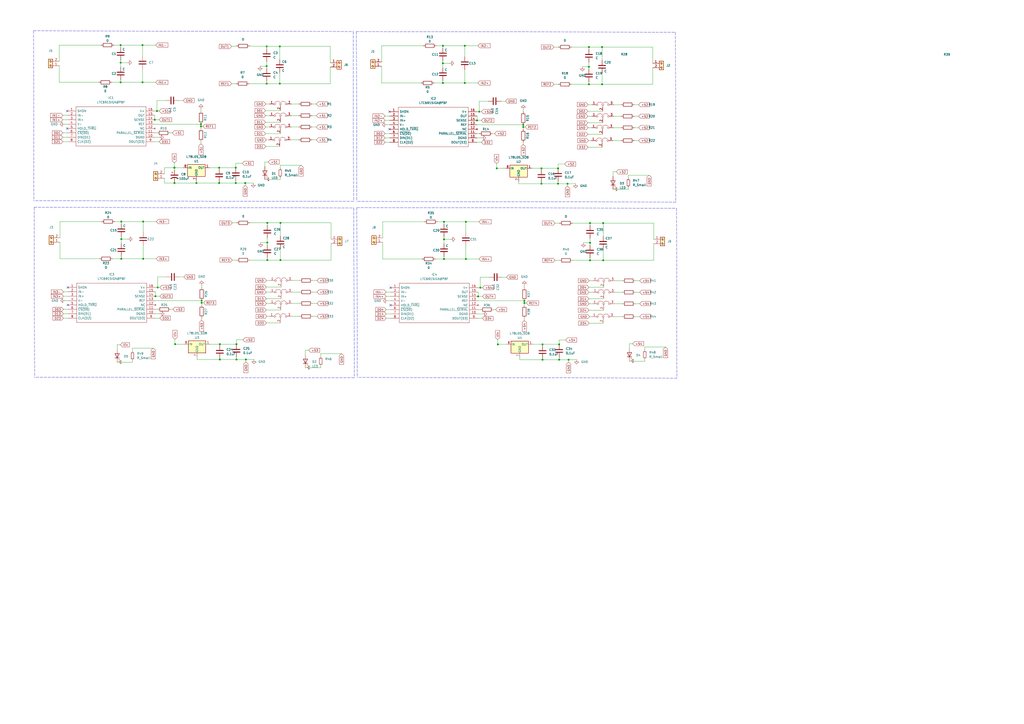
<source format=kicad_sch>
(kicad_sch (version 20211123) (generator eeschema)
  (paper "A2")
  (lib_symbols
    (symbol "Connector:Screw_Terminal_01x02" (pin_names (offset 1.016) hide)
      (property "Reference" "J" (at 0 2.54 0))
      (property "Value" "Screw_Terminal_01x02" (at 0 -5.08 0))
      (symbol "Screw_Terminal_01x02_1_1"
        (pin passive line (at -5.08 0 0) (length 3.81) (name "Pin_1") (number "1"))
        (pin passive line (at -5.08 -2.54 0) (length 3.81) (name "Pin_2") (number "2"))
      )
    )
    (symbol "Device:C" (pin_numbers hide) (pin_names (offset 0.254))
      (property "Reference" "C" (at 0.635 2.54 0))
      (property "Value" "C" (at 0.635 -2.54 0))
      (symbol "C_1_1"
        (pin passive line (at 0 3.81 270) (length 2.794) (name "~") (number "1"))
        (pin passive line (at 0 -3.81 90) (length 2.794) (name "~") (number "2"))
      )
    )
    (symbol "Device:C_Polarized_US" (pin_numbers hide) (pin_names (offset 0.254) hide)
      (property "Reference" "C" (at 0.635 2.54 0))
      (property "Value" "C_Polarized_US" (at 0.635 -2.54 0))
      (symbol "C_Polarized_US_1_1"
        (pin passive line (at 0 3.81 270) (length 2.794) (name "~") (number "1"))
        (pin passive line (at 0 -3.81 90) (length 3.302) (name "~") (number "2"))
      )
    )
    (symbol "Device:LED" (pin_numbers hide) (pin_names (offset 1.016) hide)
      (property "Reference" "D" (at 0 2.54 0))
      (property "Value" "LED" (at 0 -2.54 0))
      (symbol "LED_1_1"
        (pin passive line (at -3.81 0 0) (length 2.54) (name "K") (number "1"))
        (pin passive line (at 3.81 0 180) (length 2.54) (name "A") (number "2"))
      )
    )
    (symbol "Device:R" (pin_numbers hide) (pin_names (offset 0))
      (property "Reference" "R" (at 2.032 0 90))
      (property "Value" "R" (at 0 0 90))
      (symbol "R_1_1"
        (pin passive line (at 0 3.81 270) (length 1.27) (name "~") (number "1"))
        (pin passive line (at 0 -3.81 90) (length 1.27) (name "~") (number "2"))
      )
    )
    (symbol "Device:R_Small" (pin_numbers hide) (pin_names (offset 0.254) hide)
      (property "Reference" "R" (at 0.762 0.508 0))
      (property "Value" "R_Small" (at 0.762 -1.016 0))
      (symbol "R_Small_1_1"
        (pin passive line (at 0 2.54 270) (length 0.762) (name "~") (number "1"))
        (pin passive line (at 0 -2.54 90) (length 0.762) (name "~") (number "2"))
      )
    )
    (symbol "Jumper:Jumper_3_Open" (pin_names (offset 0) hide)
      (property "Reference" "JP" (at -2.54 -2.54 0))
      (property "Value" "Jumper_3_Open" (at 0 2.794 0))
      (symbol "Jumper_3_Open_1_1"
        (pin passive line (at -6.35 0 0) (length 2.54) (name "A") (number "1"))
        (pin passive line (at 0 -3.81 90) (length 2.54) (name "C") (number "2"))
        (pin passive line (at 6.35 0 180) (length 2.54) (name "B") (number "3"))
      )
    )
    (symbol "Regulator_Linear:L78L09_SO8" (pin_names (offset 0.254))
      (property "Reference" "U" (at -3.81 3.175 0))
      (property "Value" "L78L09_SO8" (at 0 3.175 0))
      (symbol "L78L09_SO8_1_1"
        (pin power_out line (at 7.62 0 180) (length 2.54) (name "OUT") (number "1"))
        (pin passive line (at 0 -7.62 90) (length 2.54) hide (name "GND") (number "2"))
        (pin passive line (at 0 -7.62 90) (length 2.54) hide (name "GND") (number "3"))
        (pin no_connect line (at -5.08 -2.54 0) (length 2.54) hide (name "NC") (number "4"))
        (pin no_connect line (at 5.08 -2.54 180) (length 2.54) hide (name "NC") (number "5"))
        (pin passive line (at 0 -7.62 90) (length 2.54) hide (name "GND") (number "6"))
        (pin power_in line (at 0 -7.62 90) (length 2.54) (name "GND") (number "7"))
        (pin power_in line (at -7.62 0 0) (length 2.54) (name "IN") (number "8"))
      )
    )
    (symbol "ltc6915:LTC6915IGN#PBF" (pin_names (offset 0.762))
      (property "Reference" "IC" (at 46.99 7.62 0))
      (property "Value" "LTC6915IGN#PBF" (at 46.99 5.08 0))
      (symbol "LTC6915IGN#PBF_0_0"
        (pin passive line (at 0 0 0) (length 5.08) (name "SHDN") (number "1"))
        (pin passive line (at 50.8 -15.24 180) (length 5.08) (name "DGND") (number "10"))
        (pin passive line (at 50.8 -12.7 180) (length 5.08) (name "PARALLEL_~{SERIAL}") (number "11"))
        (pin no_connect line (at 50.8 -10.16 180) (length 5.08) (name "NC") (number "12"))
        (pin passive line (at 50.8 -7.62 180) (length 5.08) (name "REF") (number "13"))
        (pin passive line (at 50.8 -5.08 180) (length 5.08) (name "SENSE") (number "14"))
        (pin passive line (at 50.8 -2.54 180) (length 5.08) (name "OUT") (number "15"))
        (pin passive line (at 50.8 0 180) (length 5.08) (name "V+") (number "16"))
        (pin passive line (at 0 -2.54 0) (length 5.08) (name "IN-") (number "2"))
        (pin passive line (at 0 -5.08 0) (length 5.08) (name "IN+") (number "3"))
        (pin passive line (at 0 -7.62 0) (length 5.08) (name "V-") (number "4"))
        (pin passive line (at 0 -10.16 0) (length 5.08) (name "HOLD_~{THRU}") (number "5"))
        (pin passive line (at 0 -12.7 0) (length 5.08) (name "~{CS(D0})") (number "6"))
        (pin passive line (at 0 -15.24 0) (length 5.08) (name "DIN(D1)") (number "7"))
        (pin passive line (at 0 -17.78 0) (length 5.08) (name "CLK(D2)") (number "8"))
        (pin passive line (at 50.8 -17.78 180) (length 5.08) (name "DOUT(D3)") (number "9"))
      )
    )
    (symbol "power:GND" (power) (pin_names (offset 0))
      (property "Value" "GND" (at 0 -3.81 0))
      (symbol "GND_1_1"
        (pin power_in line (at 0 0 270) (length 0) hide (name "GND") (number "1"))
      )
    )
  )
  (junction (at 136.779 106.172))
  (junction (at 257.556 128.651))
  (junction (at 314.706 208.661))
  (junction (at 162.687 129.286))
  (junction (at 116.586 73.279))
  (junction (at 257.556 138.811))
  (junction (at 162.306 48.514))
  (junction (at 154.686 26.924))
  (junction (at 324.358 199.771))
  (junction (at 90.17 171.831))
  (junction (at 154.686 38.354))
  (junction (at 341.63 38.735))
  (junction (at 101.219 97.282))
  (junction (at 137.16 208.534))
  (junction (at 155.067 150.876))
  (junction (at 269.621 26.543))
  (junction (at 69.977 36.322))
  (junction (at 127.508 199.644))
  (junction (at 70.358 128.524))
  (junction (at 136.779 97.282))
  (junction (at 116.967 175.641))
  (junction (at 155.067 140.716))
  (junction (at 349.25 27.305))
  (junction (at 342.265 151.003))
  (junction (at 329.184 106.553))
  (junction (at 349.885 151.003))
  (junction (at 349.25 48.895))
  (junction (at 342.265 129.413))
  (junction (at 127.508 208.534))
  (junction (at 127.127 97.282))
  (junction (at 341.63 27.305))
  (junction (at 329.819 208.661))
  (junction (at 70.358 150.114))
  (junction (at 155.067 129.286))
  (junction (at 137.16 199.644))
  (junction (at 349.885 129.413))
  (junction (at 314.071 97.663))
  (junction (at 304.165 174.498))
  (junction (at 91.059 64.389))
  (junction (at 256.921 36.703))
  (junction (at 142.24 106.172))
  (junction (at 83.058 150.114))
  (junction (at 314.071 106.553))
  (junction (at 70.358 138.684))
  (junction (at 278.638 166.878))
  (junction (at 288.163 97.663))
  (junction (at 270.256 150.241))
  (junction (at 269.621 48.133))
  (junction (at 303.53 72.39))
  (junction (at 113.919 106.172))
  (junction (at 342.265 140.843))
  (junction (at 324.358 208.661))
  (junction (at 276.733 69.85))
  (junction (at 314.706 199.771))
  (junction (at 323.723 106.553))
  (junction (at 69.977 47.752))
  (junction (at 154.686 48.514))
  (junction (at 162.306 26.924))
  (junction (at 83.058 128.524))
  (junction (at 304.165 175.768))
  (junction (at 116.967 174.371))
  (junction (at 101.219 106.172))
  (junction (at 277.368 171.958))
  (junction (at 256.921 48.133))
  (junction (at 303.53 73.66))
  (junction (at 278.003 64.77))
  (junction (at 91.44 166.751))
  (junction (at 323.723 97.663))
  (junction (at 101.092 97.282))
  (junction (at 162.687 150.876))
  (junction (at 270.256 128.651))
  (junction (at 101.6 199.644))
  (junction (at 256.921 26.543))
  (junction (at 116.586 72.009))
  (junction (at 341.63 48.895))
  (junction (at 69.977 26.162))
  (junction (at 142.621 208.534))
  (junction (at 257.556 150.241))
  (junction (at 82.677 26.162))
  (junction (at 82.677 47.752))
  (junction (at 89.789 69.469))
  (junction (at 127.127 106.172))
  (junction (at 288.798 199.771))
  (no_connect (at 38.989 64.389))
  (no_connect (at 39.37 176.911))
  (no_connect (at 39.37 166.751))
  (no_connect (at 225.933 64.77))
  (no_connect (at 226.568 166.878))
  (no_connect (at 226.568 177.038))
  (no_connect (at 225.933 74.93))
  (no_connect (at 38.989 74.549))
  (wire (pts (xy 350.266 173.355) (xy 341.63 173.355)))
  (wire (pts (xy 144.907 129.286) (xy 155.067 129.286)))
  (wire (pts (xy 34.417 47.752) (xy 57.277 47.752)))
  (wire (pts (xy 106.68 160.655) (xy 104.14 160.655)))
  (wire (pts (xy 314.071 105.918) (xy 314.071 106.553)))
  (wire (pts (xy 127.508 208.534) (xy 137.16 208.534)))
  (wire (pts (xy 356.616 162.814) (xy 360.934 162.814)))
  (wire (pts (xy 101.473 199.644) (xy 101.6 199.644)))
  (wire (pts (xy 154.686 35.814) (xy 154.686 38.354)))
  (wire (pts (xy 34.798 140.462) (xy 34.798 150.114)))
  (wire (pts (xy 364.49 101.6) (xy 364.49 103.505)))
  (polyline (pts (xy 207.01 120.396) (xy 207.264 218.948)))
  (wire (pts (xy 89.789 77.089) (xy 91.059 77.089)))
  (wire (pts (xy 300.863 105.283) (xy 300.863 106.553)))
  (wire (pts (xy 338.455 140.843) (xy 342.265 140.843)))
  (wire (pts (xy 224.028 179.578) (xy 226.568 179.578)))
  (wire (pts (xy 277.368 171.958) (xy 279.908 171.958)))
  (wire (pts (xy 349.885 129.413) (xy 379.222 129.413)))
  (wire (pts (xy 341.122 74.041) (xy 343.154 74.041)))
  (wire (pts (xy 304.165 184.658) (xy 304.165 185.928)))
  (wire (pts (xy 374.015 201.295) (xy 374.015 203.2)))
  (wire (pts (xy 341.63 36.195) (xy 341.63 38.735)))
  (wire (pts (xy 34.798 128.524) (xy 58.928 128.524)))
  (wire (pts (xy 224.282 72.39) (xy 225.933 72.39)))
  (wire (pts (xy 168.91 73.66) (xy 173.355 73.66)))
  (wire (pts (xy 221.361 26.543) (xy 221.361 35.941)))
  (wire (pts (xy 177.165 203.2) (xy 177.165 205.74)))
  (wire (pts (xy 65.278 150.114) (xy 70.358 150.114)))
  (wire (pts (xy 34.417 26.162) (xy 34.417 35.56)))
  (wire (pts (xy 223.393 69.85) (xy 225.933 69.85)))
  (wire (pts (xy 114.3 208.534) (xy 127.508 208.534)))
  (wire (pts (xy 155.067 150.876) (xy 155.067 149.606)))
  (wire (pts (xy 36.449 79.629) (xy 38.989 79.629)))
  (wire (pts (xy 186.055 205.105) (xy 186.055 207.01)))
  (wire (pts (xy 70.358 141.224) (xy 70.358 138.684)))
  (polyline (pts (xy 206.756 18.288) (xy 391.795 18.669)))
  (wire (pts (xy 224.028 182.118) (xy 226.568 182.118)))
  (wire (pts (xy 90.17 179.451) (xy 91.44 179.451)))
  (wire (pts (xy 181.356 162.687) (xy 183.896 162.687)))
  (wire (pts (xy 332.105 151.003) (xy 342.265 151.003)))
  (wire (pts (xy 224.917 174.498) (xy 226.568 174.498)))
  (wire (pts (xy 179.07 203.2) (xy 177.165 203.2)))
  (wire (pts (xy 321.945 151.003) (xy 324.485 151.003)))
  (wire (pts (xy 269.621 48.133) (xy 277.241 48.133)))
  (wire (pts (xy 36.83 171.831) (xy 39.37 171.831)))
  (wire (pts (xy 355.6 109.855) (xy 364.49 109.855)))
  (wire (pts (xy 223.393 82.55) (xy 225.933 82.55)))
  (wire (pts (xy 90.17 181.991) (xy 92.71 181.991)))
  (wire (pts (xy 34.417 38.1) (xy 34.417 47.752)))
  (wire (pts (xy 257.556 128.651) (xy 270.256 128.651)))
  (wire (pts (xy 367.919 67.437) (xy 370.459 67.437)))
  (polyline (pts (xy 206.756 18.288) (xy 207.01 116.84)))
  (wire (pts (xy 278.003 58.674) (xy 278.003 64.77)))
  (wire (pts (xy 146.939 106.172) (xy 142.24 106.172)))
  (wire (pts (xy 169.418 162.687) (xy 173.736 162.687)))
  (wire (pts (xy 329.184 106.553) (xy 329.184 107.95)))
  (wire (pts (xy 162.687 64.135) (xy 154.051 64.135)))
  (wire (pts (xy 121.92 199.644) (xy 127.508 199.644)))
  (wire (pts (xy 256.921 26.543) (xy 256.921 27.813)))
  (wire (pts (xy 334.518 208.661) (xy 329.819 208.661)))
  (wire (pts (xy 69.977 36.322) (xy 69.977 35.052)))
  (wire (pts (xy 83.058 142.494) (xy 83.058 150.114)))
  (wire (pts (xy 343.281 60.706) (xy 341.122 60.706)))
  (wire (pts (xy 276.733 80.01) (xy 279.273 80.01)))
  (wire (pts (xy 34.798 128.524) (xy 34.798 137.922)))
  (wire (pts (xy 257.556 128.651) (xy 257.556 129.921)))
  (wire (pts (xy 331.47 27.305) (xy 341.63 27.305)))
  (wire (pts (xy 221.996 150.241) (xy 244.856 150.241)))
  (wire (pts (xy 277.368 182.118) (xy 279.908 182.118)))
  (wire (pts (xy 162.306 48.514) (xy 191.643 48.514)))
  (wire (pts (xy 314.706 208.026) (xy 314.706 208.661)))
  (wire (pts (xy 116.586 82.169) (xy 116.586 83.439)))
  (wire (pts (xy 89.789 72.009) (xy 116.586 72.009)))
  (wire (pts (xy 277.368 184.658) (xy 279.908 184.658)))
  (wire (pts (xy 154.559 176.022) (xy 156.591 176.022)))
  (wire (pts (xy 341.376 81.534) (xy 342.9 81.534)))
  (wire (pts (xy 269.621 40.513) (xy 269.621 48.133)))
  (wire (pts (xy 191.643 38.862) (xy 191.643 48.514)))
  (wire (pts (xy 276.733 69.85) (xy 279.273 69.85)))
  (wire (pts (xy 113.919 104.902) (xy 113.919 106.172)))
  (wire (pts (xy 303.53 73.66) (xy 304.673 73.66)))
  (wire (pts (xy 309.118 199.771) (xy 314.706 199.771)))
  (wire (pts (xy 285.623 77.47) (xy 286.893 77.47)))
  (wire (pts (xy 137.16 207.264) (xy 137.16 208.534)))
  (wire (pts (xy 113.919 106.172) (xy 127.127 106.172)))
  (wire (pts (xy 303.53 63.5) (xy 303.53 64.77)))
  (wire (pts (xy 257.556 141.351) (xy 257.556 138.811)))
  (wire (pts (xy 221.361 26.543) (xy 245.491 26.543)))
  (wire (pts (xy 341.63 38.735) (xy 341.63 40.005)))
  (wire (pts (xy 367.03 199.39) (xy 365.125 199.39)))
  (wire (pts (xy 340.995 67.437) (xy 343.281 67.437)))
  (wire (pts (xy 34.798 150.114) (xy 57.658 150.114)))
  (wire (pts (xy 174.625 95.885) (xy 162.56 95.885)))
  (wire (pts (xy 91.059 64.389) (xy 92.329 64.389)))
  (wire (pts (xy 221.996 128.651) (xy 221.996 138.049)))
  (wire (pts (xy 261.366 138.811) (xy 257.556 138.811)))
  (wire (pts (xy 169.037 183.515) (xy 173.736 183.515)))
  (wire (pts (xy 142.24 106.172) (xy 136.779 106.172)))
  (wire (pts (xy 341.63 179.959) (xy 350.139 179.959)))
  (wire (pts (xy 277.368 169.418) (xy 277.368 171.958)))
  (wire (pts (xy 328.168 197.231) (xy 324.358 197.231)))
  (wire (pts (xy 89.789 64.389) (xy 91.059 64.389)))
  (wire (pts (xy 386.08 201.295) (xy 374.015 201.295)))
  (wire (pts (xy 101.6 199.644) (xy 106.68 199.644)))
  (wire (pts (xy 116.586 72.009) (xy 116.586 73.279)))
  (wire (pts (xy 276.733 77.47) (xy 278.003 77.47)))
  (polyline (pts (xy 19.812 120.269) (xy 20.066 218.821)))
  (wire (pts (xy 251.841 48.133) (xy 256.921 48.133)))
  (wire (pts (xy 137.16 197.104) (xy 137.16 199.644)))
  (wire (pts (xy 142.621 208.534) (xy 142.621 209.931)))
  (wire (pts (xy 321.945 129.413) (xy 324.485 129.413)))
  (wire (pts (xy 96.52 160.655) (xy 91.44 160.655)))
  (wire (pts (xy 349.25 27.305) (xy 349.25 34.925)))
  (wire (pts (xy 69.977 47.752) (xy 82.677 47.752)))
  (wire (pts (xy 355.6 99.695) (xy 355.6 102.235)))
  (wire (pts (xy 154.178 84.963) (xy 162.306 84.963)))
  (wire (pts (xy 127.508 207.899) (xy 127.508 208.534)))
  (wire (pts (xy 224.028 184.658) (xy 226.568 184.658)))
  (wire (pts (xy 98.679 77.089) (xy 99.949 77.089)))
  (wire (pts (xy 357.505 99.695) (xy 355.6 99.695)))
  (polyline (pts (xy 205.486 219.202) (xy 20.066 218.821)))
  (wire (pts (xy 169.037 60.325) (xy 173.355 60.325)))
  (wire (pts (xy 221.361 48.133) (xy 244.221 48.133)))
  (wire (pts (xy 70.358 128.524) (xy 83.058 128.524)))
  (wire (pts (xy 286.258 179.578) (xy 287.528 179.578)))
  (wire (pts (xy 82.677 26.162) (xy 82.677 32.512)))
  (wire (pts (xy 180.975 73.66) (xy 183.515 73.66)))
  (polyline (pts (xy 392.43 120.777) (xy 392.684 219.329)))
  (wire (pts (xy 144.526 48.514) (xy 154.686 48.514)))
  (wire (pts (xy 134.366 26.924) (xy 137.16 26.67)))
  (wire (pts (xy 127.127 105.537) (xy 127.127 106.172)))
  (wire (pts (xy 96.139 58.293) (xy 91.059 58.293)))
  (wire (pts (xy 82.677 26.162) (xy 90.297 26.162)))
  (wire (pts (xy 378.587 39.243) (xy 378.587 48.895)))
  (wire (pts (xy 321.31 27.305) (xy 323.85 27.305)))
  (wire (pts (xy 70.358 138.684) (xy 70.358 137.414)))
  (wire (pts (xy 350.266 166.624) (xy 341.63 166.624)))
  (wire (pts (xy 223.393 67.31) (xy 225.933 67.31)))
  (wire (pts (xy 329.819 208.661) (xy 324.358 208.661)))
  (wire (pts (xy 69.85 200.025) (xy 67.945 200.025)))
  (wire (pts (xy 73.787 36.322) (xy 69.977 36.322)))
  (wire (pts (xy 155.067 129.286) (xy 155.067 130.556)))
  (wire (pts (xy 355.854 74.041) (xy 360.299 74.041)))
  (wire (pts (xy 276.733 64.77) (xy 278.003 64.77)))
  (wire (pts (xy 181.356 183.515) (xy 183.896 183.515)))
  (wire (pts (xy 156.718 162.687) (xy 154.559 162.687)))
  (wire (pts (xy 355.6 81.534) (xy 360.299 81.534)))
  (polyline (pts (xy 19.812 120.269) (xy 205.232 120.65)))
  (wire (pts (xy 127.127 97.282) (xy 127.127 97.917)))
  (wire (pts (xy 304.165 174.498) (xy 304.165 175.768)))
  (wire (pts (xy 101.092 97.282) (xy 101.219 97.282)))
  (wire (pts (xy 300.863 106.553) (xy 314.071 106.553)))
  (wire (pts (xy 89.789 82.169) (xy 92.329 82.169)))
  (wire (pts (xy 283.718 160.782) (xy 278.638 160.782)))
  (wire (pts (xy 82.677 47.752) (xy 90.297 47.752)))
  (wire (pts (xy 349.885 151.003) (xy 379.222 151.003)))
  (wire (pts (xy 162.687 129.286) (xy 162.687 136.906)))
  (wire (pts (xy 154.686 38.354) (xy 154.686 39.624)))
  (wire (pts (xy 121.539 97.282) (xy 127.127 97.282)))
  (wire (pts (xy 257.556 138.811) (xy 257.556 137.541)))
  (wire (pts (xy 288.671 199.771) (xy 288.798 199.771)))
  (wire (pts (xy 162.56 104.14) (xy 162.56 102.87)))
  (polyline (pts (xy 205.105 116.84) (xy 19.685 116.459)))
  (wire (pts (xy 355.981 67.437) (xy 360.299 67.437)))
  (wire (pts (xy 314.706 199.771) (xy 314.706 200.406)))
  (wire (pts (xy 156.337 60.325) (xy 154.178 60.325)))
  (wire (pts (xy 116.967 175.641) (xy 116.967 176.911)))
  (wire (pts (xy 180.975 60.325) (xy 183.515 60.325)))
  (wire (pts (xy 181.356 169.418) (xy 183.896 169.418)))
  (wire (pts (xy 136.779 94.742) (xy 136.779 97.282)))
  (wire (pts (xy 154.559 187.325) (xy 162.687 187.325)))
  (wire (pts (xy 162.687 70.866) (xy 154.051 70.866)))
  (wire (pts (xy 276.733 72.39) (xy 303.53 72.39)))
  (wire (pts (xy 34.417 26.162) (xy 58.547 26.162)))
  (wire (pts (xy 288.036 94.869) (xy 288.036 97.663)))
  (wire (pts (xy 180.975 81.153) (xy 183.515 81.153)))
  (wire (pts (xy 340.995 77.851) (xy 349.504 77.851)))
  (wire (pts (xy 376.555 101.6) (xy 364.49 101.6)))
  (wire (pts (xy 169.037 67.056) (xy 173.355 67.056)))
  (wire (pts (xy 223.393 80.01) (xy 225.933 80.01)))
  (wire (pts (xy 177.165 213.36) (xy 186.055 213.36)))
  (wire (pts (xy 127.127 97.282) (xy 136.779 97.282)))
  (wire (pts (xy 70.358 128.524) (xy 70.358 129.794)))
  (wire (pts (xy 155.067 150.876) (xy 162.687 150.876)))
  (wire (pts (xy 341.122 85.344) (xy 349.25 85.344)))
  (wire (pts (xy 221.361 38.481) (xy 221.361 48.133)))
  (wire (pts (xy 169.418 169.418) (xy 173.736 169.418)))
  (wire (pts (xy 256.921 36.703) (xy 256.921 35.433)))
  (wire (pts (xy 162.687 144.526) (xy 162.687 150.876)))
  (wire (pts (xy 66.548 128.524) (xy 70.358 128.524)))
  (wire (pts (xy 69.977 47.752) (xy 69.977 46.482)))
  (wire (pts (xy 154.686 48.514) (xy 154.686 47.244)))
  (wire (pts (xy 256.921 26.543) (xy 269.621 26.543)))
  (wire (pts (xy 342.011 183.642) (xy 343.535 183.642)))
  (wire (pts (xy 342.265 151.003) (xy 349.885 151.003)))
  (wire (pts (xy 140.97 197.104) (xy 137.16 197.104)))
  (wire (pts (xy 155.067 138.176) (xy 155.067 140.716)))
  (wire (pts (xy 142.24 106.172) (xy 142.24 107.569)))
  (wire (pts (xy 342.265 140.843) (xy 342.265 142.113)))
  (wire (pts (xy 134.747 129.286) (xy 137.287 129.286)))
  (wire (pts (xy 168.656 81.153) (xy 173.355 81.153)))
  (wire (pts (xy 269.621 26.543) (xy 277.241 26.543)))
  (wire (pts (xy 270.256 142.621) (xy 270.256 150.241)))
  (wire (pts (xy 69.977 38.862) (xy 69.977 36.322)))
  (wire (pts (xy 367.919 81.534) (xy 370.459 81.534)))
  (wire (pts (xy 89.789 79.629) (xy 92.329 79.629)))
  (wire (pts (xy 349.885 144.653) (xy 349.885 151.003)))
  (wire (pts (xy 116.586 73.279) (xy 117.729 73.279)))
  (wire (pts (xy 91.059 58.293) (xy 91.059 64.389)))
  (wire (pts (xy 333.883 106.553) (xy 329.184 106.553)))
  (wire (pts (xy 301.498 208.661) (xy 314.706 208.661)))
  (wire (pts (xy 356.235 183.642) (xy 360.934 183.642)))
  (wire (pts (xy 88.9 201.93) (xy 76.835 201.93)))
  (wire (pts (xy 260.731 36.703) (xy 256.921 36.703)))
  (wire (pts (xy 101.219 97.282) (xy 106.299 97.282)))
  (wire (pts (xy 154.051 77.47) (xy 162.56 77.47)))
  (wire (pts (xy 288.671 196.977) (xy 288.671 199.771)))
  (wire (pts (xy 95.377 103.378) (xy 95.377 106.172)))
  (wire (pts (xy 341.63 27.305) (xy 341.63 28.575)))
  (wire (pts (xy 154.432 179.832) (xy 162.941 179.832)))
  (wire (pts (xy 90.17 184.531) (xy 92.71 184.531)))
  (wire (pts (xy 76.835 210.185) (xy 76.835 208.915)))
  (wire (pts (xy 116.586 73.279) (xy 116.586 74.549)))
  (wire (pts (xy 288.163 97.663) (xy 293.243 97.663)))
  (wire (pts (xy 323.723 95.123) (xy 323.723 97.663)))
  (wire (pts (xy 95.377 106.172) (xy 101.219 106.172)))
  (wire (pts (xy 142.621 208.534) (xy 137.16 208.534)))
  (wire (pts (xy 153.67 93.98) (xy 153.67 96.52)))
  (wire (pts (xy 341.757 176.149) (xy 343.789 176.149)))
  (wire (pts (xy 374.015 209.55) (xy 374.015 208.28)))
  (wire (pts (xy 303.53 73.66) (xy 303.53 74.93)))
  (wire (pts (xy 314.706 199.771) (xy 324.358 199.771)))
  (wire (pts (xy 83.058 150.114) (xy 90.678 150.114)))
  (wire (pts (xy 144.907 150.876) (xy 155.067 150.876)))
  (wire (pts (xy 162.306 42.164) (xy 162.306 48.514)))
  (wire (pts (xy 144.78 26.67) (xy 154.686 26.924)))
  (wire (pts (xy 323.723 105.283) (xy 323.723 106.553)))
  (wire (pts (xy 293.243 58.674) (xy 290.703 58.674)))
  (wire (pts (xy 70.358 150.114) (xy 70.358 148.844)))
  (wire (pts (xy 368.554 176.149) (xy 371.094 176.149)))
  (wire (pts (xy 221.996 128.651) (xy 246.126 128.651)))
  (wire (pts (xy 37.719 174.371) (xy 39.37 174.371)))
  (wire (pts (xy 191.643 26.924) (xy 191.643 36.322)))
  (wire (pts (xy 116.967 174.371) (xy 116.967 175.641)))
  (wire (pts (xy 329.819 208.661) (xy 329.819 210.058)))
  (wire (pts (xy 154.432 81.153) (xy 155.956 81.153)))
  (wire (pts (xy 155.067 129.286) (xy 162.687 129.286)))
  (wire (pts (xy 67.945 210.185) (xy 76.835 210.185)))
  (wire (pts (xy 147.32 208.534) (xy 142.621 208.534)))
  (wire (pts (xy 364.49 109.855) (xy 364.49 108.585)))
  (wire (pts (xy 90.17 169.291) (xy 90.17 171.831)))
  (wire (pts (xy 341.63 169.545) (xy 343.916 169.545)))
  (wire (pts (xy 95.377 97.282) (xy 101.092 97.282)))
  (wire (pts (xy 283.083 58.674) (xy 278.003 58.674)))
  (wire (pts (xy 69.977 26.162) (xy 82.677 26.162)))
  (wire (pts (xy 91.44 166.751) (xy 92.71 166.751)))
  (polyline (pts (xy 392.684 219.329) (xy 207.264 218.948)))
  (wire (pts (xy 329.184 106.553) (xy 323.723 106.553)))
  (wire (pts (xy 252.476 150.241) (xy 257.556 150.241)))
  (wire (pts (xy 150.876 38.354) (xy 154.686 38.354)))
  (wire (pts (xy 278.638 166.878) (xy 279.908 166.878)))
  (wire (pts (xy 349.885 129.413) (xy 349.885 137.033)))
  (wire (pts (xy 89.789 69.469) (xy 92.329 69.469)))
  (wire (pts (xy 324.358 197.231) (xy 324.358 199.771)))
  (wire (pts (xy 343.916 162.814) (xy 341.757 162.814)))
  (wire (pts (xy 192.024 129.286) (xy 192.024 138.684)))
  (wire (pts (xy 154.178 73.66) (xy 156.21 73.66)))
  (wire (pts (xy 253.746 128.651) (xy 257.556 128.651)))
  (wire (pts (xy 82.677 40.132) (xy 82.677 47.752)))
  (wire (pts (xy 223.393 77.47) (xy 225.933 77.47)))
  (wire (pts (xy 368.554 169.545) (xy 371.094 169.545)))
  (wire (pts (xy 83.058 128.524) (xy 90.678 128.524)))
  (wire (pts (xy 368.554 183.642) (xy 371.094 183.642)))
  (wire (pts (xy 355.981 60.706) (xy 360.299 60.706)))
  (wire (pts (xy 163.068 173.228) (xy 154.432 173.228)))
  (wire (pts (xy 304.165 175.768) (xy 305.308 175.768)))
  (wire (pts (xy 276.733 82.55) (xy 279.273 82.55)))
  (wire (pts (xy 162.56 95.885) (xy 162.56 97.79)))
  (wire (pts (xy 270.256 128.651) (xy 277.876 128.651)))
  (wire (pts (xy 288.036 97.663) (xy 288.163 97.663)))
  (wire (pts (xy 224.028 169.418) (xy 226.568 169.418)))
  (wire (pts (xy 140.589 94.742) (xy 136.779 94.742)))
  (wire (pts (xy 293.878 160.782) (xy 291.338 160.782)))
  (wire (pts (xy 332.105 129.413) (xy 342.265 129.413)))
  (wire (pts (xy 277.368 179.578) (xy 278.638 179.578)))
  (wire (pts (xy 341.63 27.305) (xy 349.25 27.305)))
  (wire (pts (xy 349.631 64.516) (xy 340.995 64.516)))
  (wire (pts (xy 186.055 213.36) (xy 186.055 212.09)))
  (wire (pts (xy 116.586 63.119) (xy 116.586 64.389)))
  (wire (pts (xy 367.919 74.041) (xy 370.459 74.041)))
  (wire (pts (xy 36.449 77.089) (xy 38.989 77.089)))
  (wire (pts (xy 180.975 67.056) (xy 183.515 67.056)))
  (wire (pts (xy 367.919 60.706) (xy 370.459 60.706)))
  (wire (pts (xy 101.092 94.488) (xy 101.092 97.282)))
  (wire (pts (xy 83.058 128.524) (xy 83.058 134.874)))
  (wire (pts (xy 368.554 162.814) (xy 371.094 162.814)))
  (wire (pts (xy 116.967 184.531) (xy 116.967 185.801)))
  (wire (pts (xy 331.47 48.895) (xy 341.63 48.895)))
  (wire (pts (xy 327.533 95.123) (xy 323.723 95.123)))
  (wire (pts (xy 69.977 26.162) (xy 69.977 27.432)))
  (wire (pts (xy 314.071 97.663) (xy 323.723 97.663)))
  (wire (pts (xy 301.498 207.391) (xy 301.498 208.661)))
  (wire (pts (xy 163.068 166.497) (xy 154.432 166.497)))
  (wire (pts (xy 114.3 207.264) (xy 114.3 208.534)))
  (wire (pts (xy 349.25 27.305) (xy 378.587 27.305)))
  (polyline (pts (xy 205.232 120.65) (xy 205.486 219.202)))
  (wire (pts (xy 101.219 106.172) (xy 113.919 106.172)))
  (wire (pts (xy 349.25 42.545) (xy 349.25 48.895)))
  (wire (pts (xy 181.356 176.022) (xy 183.896 176.022)))
  (wire (pts (xy 127.508 199.644) (xy 137.16 199.644)))
  (wire (pts (xy 288.798 199.771) (xy 293.878 199.771)))
  (wire (pts (xy 155.575 93.98) (xy 153.67 93.98)))
  (wire (pts (xy 116.967 175.641) (xy 118.11 175.641)))
  (wire (pts (xy 342.265 129.413) (xy 349.885 129.413)))
  (wire (pts (xy 36.449 69.469) (xy 38.989 69.469)))
  (wire (pts (xy 162.306 26.924) (xy 162.306 34.544)))
  (wire (pts (xy 76.835 201.93) (xy 76.835 203.835)))
  (wire (pts (xy 277.368 166.878) (xy 278.638 166.878)))
  (wire (pts (xy 314.071 106.553) (xy 323.723 106.553)))
  (wire (pts (xy 155.067 140.716) (xy 155.067 141.986)))
  (wire (pts (xy 70.358 150.114) (xy 83.058 150.114)))
  (wire (pts (xy 321.31 48.895) (xy 323.85 48.895)))
  (wire (pts (xy 136.779 104.902) (xy 136.779 106.172)))
  (wire (pts (xy 341.63 48.895) (xy 349.25 48.895)))
  (wire (pts (xy 116.967 165.481) (xy 116.967 166.751)))
  (wire (pts (xy 378.587 27.305) (xy 378.587 36.703)))
  (wire (pts (xy 379.222 129.413) (xy 379.222 138.811)))
  (wire (pts (xy 36.83 184.531) (xy 39.37 184.531)))
  (wire (pts (xy 256.921 48.133) (xy 256.921 46.863)))
  (wire (pts (xy 304.165 175.768) (xy 304.165 177.038)))
  (wire (pts (xy 106.299 58.293) (xy 103.759 58.293)))
  (wire (pts (xy 154.686 26.924) (xy 154.686 28.194)))
  (wire (pts (xy 67.945 200.025) (xy 67.945 202.565)))
  (wire (pts (xy 64.897 47.752) (xy 69.977 47.752)))
  (wire (pts (xy 154.432 169.418) (xy 156.718 169.418)))
  (wire (pts (xy 169.291 176.022) (xy 173.736 176.022)))
  (wire (pts (xy 162.306 26.924) (xy 191.643 26.924)))
  (wire (pts (xy 257.556 150.241) (xy 270.256 150.241)))
  (wire (pts (xy 90.17 171.831) (xy 92.71 171.831)))
  (wire (pts (xy 308.483 97.663) (xy 314.071 97.663)))
  (wire (pts (xy 154.813 183.515) (xy 156.337 183.515)))
  (polyline (pts (xy 207.01 120.396) (xy 392.43 120.777)))
  (wire (pts (xy 277.368 174.498) (xy 304.165 174.498)))
  (polyline (pts (xy 392.049 117.221) (xy 207.01 116.84)))
  (wire (pts (xy 127.508 199.644) (xy 127.508 200.279)))
  (wire (pts (xy 365.125 199.39) (xy 365.125 201.93)))
  (wire (pts (xy 134.366 48.514) (xy 136.906 48.514)))
  (polyline (pts (xy 19.431 17.907) (xy 204.851 18.288)))
  (wire (pts (xy 198.12 205.105) (xy 186.055 205.105)))
  (wire (pts (xy 342.265 129.413) (xy 342.265 130.683)))
  (polyline (pts (xy 19.431 17.907) (xy 19.685 116.459)))
  (wire (pts (xy 349.631 71.247) (xy 340.995 71.247)))
  (wire (pts (xy 278.638 160.782) (xy 278.638 166.878)))
  (wire (pts (xy 154.686 26.924) (xy 162.306 26.924)))
  (wire (pts (xy 303.53 82.55) (xy 303.53 83.82)))
  (wire (pts (xy 154.686 48.514) (xy 162.306 48.514)))
  (wire (pts (xy 66.167 26.162) (xy 69.977 26.162)))
  (wire (pts (xy 276.733 67.31) (xy 276.733 69.85)))
  (wire (pts (xy 257.556 150.241) (xy 257.556 148.971)))
  (wire (pts (xy 36.449 82.169) (xy 38.989 82.169)))
  (wire (pts (xy 154.051 67.056) (xy 156.337 67.056)))
  (wire (pts (xy 270.256 150.241) (xy 277.876 150.241)))
  (wire (pts (xy 90.17 166.751) (xy 91.44 166.751)))
  (wire (pts (xy 36.83 169.291) (xy 39.37 169.291)))
  (polyline (pts (xy 204.851 18.288) (xy 205.105 116.84)))
  (wire (pts (xy 337.82 38.735) (xy 341.63 38.735)))
  (wire (pts (xy 303.53 72.39) (xy 303.53 73.66)))
  (wire (pts (xy 95.377 100.838) (xy 95.377 97.282)))
  (wire (pts (xy 74.168 138.684) (xy 70.358 138.684)))
  (wire (pts (xy 356.616 169.545) (xy 360.934 169.545)))
  (wire (pts (xy 269.621 26.543) (xy 269.621 32.893)))
  (wire (pts (xy 314.706 208.661) (xy 324.358 208.661)))
  (wire (pts (xy 304.165 165.608) (xy 304.165 166.878)))
  (wire (pts (xy 162.687 150.876) (xy 192.024 150.876)))
  (wire (pts (xy 356.489 176.149) (xy 360.934 176.149)))
  (wire (pts (xy 162.687 129.286) (xy 192.024 129.286)))
  (wire (pts (xy 153.67 104.14) (xy 162.56 104.14)))
  (wire (pts (xy 314.071 97.663) (xy 314.071 98.298)))
  (wire (pts (xy 36.83 179.451) (xy 39.37 179.451)))
  (wire (pts (xy 89.789 66.929) (xy 89.789 69.469)))
  (wire (pts (xy 324.358 207.391) (xy 324.358 208.661)))
  (wire (pts (xy 278.003 64.77) (xy 279.273 64.77)))
  (wire (pts (xy 342.265 138.303) (xy 342.265 140.843)))
  (wire (pts (xy 342.265 151.003) (xy 342.265 149.733)))
  (wire (pts (xy 90.17 174.371) (xy 116.967 174.371)))
  (wire (pts (xy 192.024 141.224) (xy 192.024 150.876)))
  (wire (pts (xy 101.219 98.552) (xy 101.219 97.282)))
  (wire (pts (xy 91.44 160.655) (xy 91.44 166.751)))
  (wire (pts (xy 341.757 187.452) (xy 349.885 187.452)))
  (polyline (pts (xy 391.795 18.669) (xy 392.049 117.221)))
  (wire (pts (xy 36.449 66.929) (xy 38.989 66.929)))
  (wire (pts (xy 270.256 128.651) (xy 270.256 135.001)))
  (wire (pts (xy 99.06 179.451) (xy 100.33 179.451)))
  (wire (pts (xy 365.125 209.55) (xy 374.015 209.55)))
  (wire (pts (xy 341.63 48.895) (xy 341.63 47.625)))
  (wire (pts (xy 253.111 26.543) (xy 256.921 26.543)))
  (wire (pts (xy 151.257 140.716) (xy 155.067 140.716)))
  (wire (pts (xy 221.996 140.589) (xy 221.996 150.241)))
  (wire (pts (xy 349.25 48.895) (xy 378.587 48.895)))
  (wire (pts (xy 101.473 196.85) (xy 101.473 199.644)))
  (wire (pts (xy 37.338 72.009) (xy 38.989 72.009)))
  (wire (pts (xy 256.921 39.243) (xy 256.921 36.703)))
  (wire (pts (xy 224.028 171.958) (xy 226.568 171.958)))
  (wire (pts (xy 36.83 181.991) (xy 39.37 181.991)))
  (wire (pts (xy 256.921 48.133) (xy 269.621 48.133)))
  (wire (pts (xy 134.747 150.876) (xy 137.287 150.876)))
  (wire (pts (xy 379.222 141.351) (xy 379.222 151.003)))
  (wire (pts (xy 127.127 106.172) (xy 136.779 106.172)))
  (global_label "IN4+" (shape input) (at 224.028 171.958 180) (property "Intersheet References" "${INTERSHEET_REFS}" (effects hide)))
  (global_label "+53" (shape input) (at 92.71 166.751 0) (property "Intersheet References" "${INTERSHEET_REFS}" (effects hide)))
  (global_label "D01" (shape input) (at 36.449 77.089 180) (property "Intersheet References" "${INTERSHEET_REFS}" (effects hide)))
  (global_label "IN4+" (shape input) (at 277.876 150.241 0) (property "Intersheet References" "${INTERSHEET_REFS}" (effects hide)))
  (global_label "+53" (shape input) (at 179.07 203.2 0) (property "Intersheet References" "${INTERSHEET_REFS}" (effects hide)))
  (global_label "+53" (shape input) (at 100.33 179.451 0) (property "Intersheet References" "${INTERSHEET_REFS}" (effects hide)))
  (global_label "REF3" (shape input) (at 134.747 150.876 180) (property "Intersheet References" "${INTERSHEET_REFS}" (effects hide)))
  (global_label "+52" (shape input) (at 370.459 67.437 0) (property "Intersheet References" "${INTERSHEET_REFS}" (effects hide)))
  (global_label "REF4" (shape input) (at 305.308 175.768 0) (property "Intersheet References" "${INTERSHEET_REFS}" (effects hide)))
  (global_label "OUT2" (shape input) (at 321.31 27.305 180) (property "Intersheet References" "${INTERSHEET_REFS}" (effects hide)))
  (global_label "IN3+" (shape input) (at 36.83 171.831 180) (property "Intersheet References" "${INTERSHEET_REFS}" (effects hide)))
  (global_label "D21" (shape input) (at 154.051 77.47 180) (property "Intersheet References" "${INTERSHEET_REFS}" (effects hide)))
  (global_label "Vin" (shape input) (at 101.092 94.488 90) (property "Intersheet References" "${INTERSHEET_REFS}" (effects hide)))
  (global_label "GND" (shape input) (at 154.559 162.687 180) (property "Intersheet References" "${INTERSHEET_REFS}" (effects hide)))
  (global_label "D33" (shape input) (at 154.559 187.325 180) (property "Intersheet References" "${INTERSHEET_REFS}" (effects hide)))
  (global_label "Vin" (shape input) (at 288.671 196.977 90) (property "Intersheet References" "${INTERSHEET_REFS}" (effects hide)))
  (global_label "GND" (shape input) (at 198.12 205.105 270) (property "Intersheet References" "${INTERSHEET_REFS}" (effects hide)))
  (global_label "+54" (shape input) (at 371.094 176.149 0) (property "Intersheet References" "${INTERSHEET_REFS}" (effects hide)))
  (global_label "IN3+" (shape input) (at 90.678 150.114 0) (property "Intersheet References" "${INTERSHEET_REFS}" (effects hide)))
  (global_label "+54" (shape input) (at 279.908 166.878 0) (property "Intersheet References" "${INTERSHEET_REFS}" (effects hide)))
  (global_label "+54" (shape input) (at 371.094 169.545 0) (property "Intersheet References" "${INTERSHEET_REFS}" (effects hide)))
  (global_label "GND" (shape input) (at 329.184 107.95 270) (property "Intersheet References" "${INTERSHEET_REFS}" (effects hide)))
  (global_label "+53" (shape input) (at 183.896 162.687 0) (property "Intersheet References" "${INTERSHEET_REFS}" (effects hide)))
  (global_label "REF1" (shape input) (at 134.366 48.514 180) (property "Intersheet References" "${INTERSHEET_REFS}" (effects hide)))
  (global_label "D12" (shape input) (at 223.393 80.01 180) (property "Intersheet References" "${INTERSHEET_REFS}" (effects hide)))
  (global_label "D23" (shape input) (at 36.83 184.531 180) (property "Intersheet References" "${INTERSHEET_REFS}" (effects hide)))
  (global_label "GND" (shape input) (at 174.625 95.885 270) (property "Intersheet References" "${INTERSHEET_REFS}" (effects hide)))
  (global_label "+52" (shape input) (at 370.459 81.534 0) (property "Intersheet References" "${INTERSHEET_REFS}" (effects hide)))
  (global_label "IN1-" (shape input) (at 36.449 66.929 180) (property "Intersheet References" "${INTERSHEET_REFS}" (effects hide)))
  (global_label "IN2-" (shape input) (at 223.393 67.31 180) (property "Intersheet References" "${INTERSHEET_REFS}" (effects hide)))
  (global_label "OUT4" (shape input) (at 321.945 129.413 180) (property "Intersheet References" "${INTERSHEET_REFS}" (effects hide)))
  (global_label "+53" (shape input) (at 183.896 183.515 0) (property "Intersheet References" "${INTERSHEET_REFS}" (effects hide)))
  (global_label "GND" (shape input) (at 386.08 201.295 270) (property "Intersheet References" "${INTERSHEET_REFS}" (effects hide)))
  (global_label "GND" (shape input) (at 293.878 160.782 0) (property "Intersheet References" "${INTERSHEET_REFS}" (effects hide)))
  (global_label "GND" (shape input) (at 154.432 169.418 180) (property "Intersheet References" "${INTERSHEET_REFS}" (effects hide)))
  (global_label "D24" (shape input) (at 341.63 179.959 180) (property "Intersheet References" "${INTERSHEET_REFS}" (effects hide)))
  (global_label "+51" (shape input) (at 183.515 73.66 0) (property "Intersheet References" "${INTERSHEET_REFS}" (effects hide)))
  (global_label "GND" (shape input) (at 340.995 67.437 180) (property "Intersheet References" "${INTERSHEET_REFS}" (effects hide)))
  (global_label "+54" (shape input) (at 371.094 162.814 0) (property "Intersheet References" "${INTERSHEET_REFS}" (effects hide)))
  (global_label "REF1" (shape input) (at 117.729 73.279 0) (property "Intersheet References" "${INTERSHEET_REFS}" (effects hide)))
  (global_label "D22" (shape input) (at 223.393 82.55 180) (property "Intersheet References" "${INTERSHEET_REFS}" (effects hide)))
  (global_label "+53" (shape input) (at 183.896 169.418 0) (property "Intersheet References" "${INTERSHEET_REFS}" (effects hide)))
  (global_label "D22" (shape input) (at 340.995 77.851 180) (property "Intersheet References" "${INTERSHEET_REFS}" (effects hide)))
  (global_label "+52" (shape input) (at 279.273 64.77 0) (property "Intersheet References" "${INTERSHEET_REFS}" (effects hide)))
  (global_label "GND" (shape input) (at 154.813 183.515 180) (property "Intersheet References" "${INTERSHEET_REFS}" (effects hide)))
  (global_label "REF2" (shape input) (at 321.31 48.895 180) (property "Intersheet References" "${INTERSHEET_REFS}" (effects hide)))
  (global_label "GND" (shape input) (at 342.011 183.642 180) (property "Intersheet References" "${INTERSHEET_REFS}" (effects hide)))
  (global_label "D01" (shape input) (at 154.051 64.135 180) (property "Intersheet References" "${INTERSHEET_REFS}" (effects hide)))
  (global_label "IN3-" (shape input) (at 36.83 169.291 180) (property "Intersheet References" "${INTERSHEET_REFS}" (effects hide)))
  (global_label "GND" (shape input) (at 154.051 67.056 180) (property "Intersheet References" "${INTERSHEET_REFS}" (effects hide)))
  (global_label "D04" (shape input) (at 224.028 179.578 180) (property "Intersheet References" "${INTERSHEET_REFS}" (effects hide)))
  (global_label "+52" (shape input) (at 327.533 95.123 0) (property "Intersheet References" "${INTERSHEET_REFS}" (effects hide)))
  (global_label "GND" (shape input) (at 142.24 107.569 270) (property "Intersheet References" "${INTERSHEET_REFS}" (effects hide)))
  (global_label "IN2-" (shape input) (at 277.241 26.543 0) (property "Intersheet References" "${INTERSHEET_REFS}" (effects hide)))
  (global_label "OUT4" (shape input) (at 279.908 171.958 0) (property "Intersheet References" "${INTERSHEET_REFS}" (effects hide)))
  (global_label "+53" (shape input) (at 183.896 176.022 0) (property "Intersheet References" "${INTERSHEET_REFS}" (effects hide)))
  (global_label "+53" (shape input) (at 140.97 197.104 0) (property "Intersheet References" "${INTERSHEET_REFS}" (effects hide)))
  (global_label "GND" (shape input) (at 341.757 176.149 180) (property "Intersheet References" "${INTERSHEET_REFS}" (effects hide)))
  (global_label "D13" (shape input) (at 36.83 181.991 180) (property "Intersheet References" "${INTERSHEET_REFS}" (effects hide)))
  (global_label "+51" (shape input) (at 99.949 77.089 0) (property "Intersheet References" "${INTERSHEET_REFS}" (effects hide)))
  (global_label "IN2+" (shape input) (at 277.241 48.133 0) (property "Intersheet References" "${INTERSHEET_REFS}" (effects hide)))
  (global_label "+54" (shape input) (at 328.168 197.231 0) (property "Intersheet References" "${INTERSHEET_REFS}" (effects hide)))
  (global_label "D33" (shape input) (at 92.71 184.531 0) (property "Intersheet References" "${INTERSHEET_REFS}" (effects hide)))
  (global_label "D31" (shape input) (at 154.178 84.963 180) (property "Intersheet References" "${INTERSHEET_REFS}" (effects hide)))
  (global_label "GND" (shape input) (at 142.621 209.931 270) (property "Intersheet References" "${INTERSHEET_REFS}" (effects hide)))
  (global_label "GND" (shape input) (at 106.299 58.293 0) (property "Intersheet References" "${INTERSHEET_REFS}" (effects hide)))
  (global_label "+52" (shape input) (at 357.505 99.695 0) (property "Intersheet References" "${INTERSHEET_REFS}" (effects hide)))
  (global_label "+52" (shape input) (at 303.53 83.82 270) (property "Intersheet References" "${INTERSHEET_REFS}" (effects hide)))
  (global_label "D24" (shape input) (at 224.028 184.658 180) (property "Intersheet References" "${INTERSHEET_REFS}" (effects hide)))
  (global_label "D31" (shape input) (at 92.329 82.169 0) (property "Intersheet References" "${INTERSHEET_REFS}" (effects hide)))
  (global_label "Vin" (shape input) (at 69.85 200.025 0) (property "Intersheet References" "${INTERSHEET_REFS}" (effects hide)))
  (global_label "GND" (shape input) (at 88.9 201.93 270) (property "Intersheet References" "${INTERSHEET_REFS}" (effects hide)))
  (global_label "D02" (shape input) (at 223.393 77.47 180) (property "Intersheet References" "${INTERSHEET_REFS}" (effects hide)))
  (global_label "GND" (shape input) (at 376.555 101.6 270) (property "Intersheet References" "${INTERSHEET_REFS}" (effects hide)))
  (global_label "D34" (shape input) (at 341.757 187.452 180) (property "Intersheet References" "${INTERSHEET_REFS}" (effects hide)))
  (global_label "REF3" (shape input) (at 118.11 175.641 0) (property "Intersheet References" "${INTERSHEET_REFS}" (effects hide)))
  (global_label "GND" (shape input) (at 154.178 73.66 180) (property "Intersheet References" "${INTERSHEET_REFS}" (effects hide)))
  (global_label "Vin" (shape input) (at 288.036 94.869 90) (property "Intersheet References" "${INTERSHEET_REFS}" (effects hide)))
  (global_label "D03" (shape input) (at 36.83 179.451 180) (property "Intersheet References" "${INTERSHEET_REFS}" (effects hide)))
  (global_label "GND" (shape input) (at 341.63 169.545 180) (property "Intersheet References" "${INTERSHEET_REFS}" (effects hide)))
  (global_label "+52" (shape input) (at 370.459 60.706 0) (property "Intersheet References" "${INTERSHEET_REFS}" (effects hide)))
  (global_label "+54" (shape input) (at 371.094 183.642 0) (property "Intersheet References" "${INTERSHEET_REFS}" (effects hide)))
  (global_label "D34" (shape input) (at 279.908 184.658 0) (property "Intersheet References" "${INTERSHEET_REFS}" (effects hide)))
  (global_label "+51" (shape input) (at 183.515 60.325 0) (property "Intersheet References" "${INTERSHEET_REFS}" (effects hide)))
  (global_label "IN2+" (shape input) (at 223.393 69.85 180) (property "Intersheet References" "${INTERSHEET_REFS}" (effects hide)))
  (global_label "OUT3" (shape input) (at 134.747 129.286 180) (property "Intersheet References" "${INTERSHEET_REFS}" (effects hide)))
  (global_label "D14" (shape input) (at 224.028 182.118 180) (property "Intersheet References" "${INTERSHEET_REFS}" (effects hide)))
  (global_label "REF2" (shape input) (at 304.673 73.66 0) (property "Intersheet References" "${INTERSHEET_REFS}" (effects hide)))
  (global_label "D11" (shape input) (at 154.051 70.866 180) (property "Intersheet References" "${INTERSHEET_REFS}" (effects hide)))
  (global_label "IN1-" (shape input) (at 90.297 26.162 0) (property "Intersheet References" "${INTERSHEET_REFS}" (effects hide)))
  (global_label "GND" (shape input) (at 293.243 58.674 0) (property "Intersheet References" "${INTERSHEET_REFS}" (effects hide)))
  (global_label "D03" (shape input) (at 154.432 166.497 180) (property "Intersheet References" "${INTERSHEET_REFS}" (effects hide)))
  (global_label "+52" (shape input) (at 370.459 74.041 0) (property "Intersheet References" "${INTERSHEET_REFS}" (effects hide)))
  (global_label "IN4-" (shape input) (at 224.028 169.418 180) (property "Intersheet References" "${INTERSHEET_REFS}" (effects hide)))
  (global_label "OUT3" (shape input) (at 92.71 171.831 0) (property "Intersheet References" "${INTERSHEET_REFS}" (effects hide)))
  (global_label "+51" (shape input) (at 183.515 67.056 0) (property "Intersheet References" "${INTERSHEET_REFS}" (effects hide)))
  (global_label "+54" (shape input) (at 287.528 179.578 0) (property "Intersheet References" "${INTERSHEET_REFS}" (effects hide)))
  (global_label "IN4-" (shape input) (at 277.876 128.651 0) (property "Intersheet References" "${INTERSHEET_REFS}" (effects hide)))
  (global_label "GND" (shape input) (at 341.122 60.706 180) (property "Intersheet References" "${INTERSHEET_REFS}" (effects hide)))
  (global_label "GND" (shape input) (at 154.559 176.022 180) (property "Intersheet References" "${INTERSHEET_REFS}" (effects hide)))
  (global_label "GND" (shape input) (at 106.68 160.655 0) (property "Intersheet References" "${INTERSHEET_REFS}" (effects hide)))
  (global_label "+53" (shape input) (at 116.967 185.801 270) (property "Intersheet References" "${INTERSHEET_REFS}" (effects hide)))
  (global_label "GND" (shape input) (at 341.376 81.534 180) (property "Intersheet References" "${INTERSHEET_REFS}" (effects hide)))
  (global_label "D13" (shape input) (at 154.432 173.228 180) (property "Intersheet References" "${INTERSHEET_REFS}" (effects hide)))
  (global_label "+51" (shape input) (at 116.586 83.439 270) (property "Intersheet References" "${INTERSHEET_REFS}" (effects hide)))
  (global_label "D11" (shape input) (at 36.449 79.629 180) (property "Intersheet References" "${INTERSHEET_REFS}" (effects hide)))
  (global_label "OUT2" (shape input) (at 279.273 69.85 0) (property "Intersheet References" "${INTERSHEET_REFS}" (effects hide)))
  (global_label "+51" (shape input) (at 92.329 64.389 0) (property "Intersheet References" "${INTERSHEET_REFS}" (effects hide)))
  (global_label "D21" (shape input) (at 36.449 82.169 180) (property "Intersheet References" "${INTERSHEET_REFS}" (effects hide)))
  (global_label "+54" (shape input) (at 367.03 199.39 0) (property "Intersheet References" "${INTERSHEET_REFS}" (effects hide)))
  (global_label "D14" (shape input) (at 341.63 173.355 180) (property "Intersheet References" "${INTERSHEET_REFS}" (effects hide)))
  (global_label "GND" (shape input) (at 329.819 210.058 270) (property "Intersheet References" "${INTERSHEET_REFS}" (effects hide)))
  (global_label "+51" (shape input) (at 155.575 93.98 0) (property "Intersheet References" "${INTERSHEET_REFS}" (effects hide)))
  (global_label "D04" (shape input) (at 341.63 166.624 180) (property "Intersheet References" "${INTERSHEET_REFS}" (effects hide)))
  (global_label "GND" (shape input) (at 341.122 74.041 180) (property "Intersheet References" "${INTERSHEET_REFS}" (effects hide)))
  (global_label "Vin" (shape input) (at 101.473 196.85 90) (property "Intersheet References" "${INTERSHEET_REFS}" (effects hide)))
  (global_label "IN1+" (shape input) (at 36.449 69.469 180) (property "Intersheet References" "${INTERSHEET_REFS}" (effects hide)))
  (global_label "OUT1" (shape input) (at 134.366 26.924 180) (property "Intersheet References" "${INTERSHEET_REFS}" (effects hide)))
  (global_label "GND" (shape input) (at 154.432 81.153 180) (property "Intersheet References" "${INTERSHEET_REFS}" (effects hide)))
  (global_label "D23" (shape input) (at 154.432 179.832 180) (property "Intersheet References" "${INTERSHEET_REFS}" (effects hide)))
  (global_label "D32" (shape input) (at 279.273 82.55 0) (property "Intersheet References" "${INTERSHEET_REFS}" (effects hide)))
  (global_label "IN3-" (shape input) (at 90.678 128.524 0) (property "Intersheet References" "${INTERSHEET_REFS}" (effects hide)))
  (global_label "+51" (shape input) (at 183.515 81.153 0) (property "Intersheet References" "${INTERSHEET_REFS}" (effects hide)))
  (global_label "OUT1" (shape input) (at 92.329 69.469 0) (property "Intersheet References" "${INTERSHEET_REFS}" (effects hide)))
  (global_label "REF4" (shape input) (at 321.945 151.003 180) (property "Intersheet References" "${INTERSHEET_REFS}" (effects hide)))
  (global_label "GND" (shape input) (at 341.757 162.814 180) (property "Intersheet References" "${INTERSHEET_REFS}" (effects hide)))
  (global_label "D12" (shape input) (at 340.995 71.247 180) (property "Intersheet References" "${INTERSHEET_REFS}" (effects hide)))
  (global_label "+51" (shape input) (at 140.589 94.742 0) (property "Intersheet References" "${INTERSHEET_REFS}" (effects hide)))
  (global_label "+54" (shape input) (at 304.165 185.928 270) (property "Intersheet References" "${INTERSHEET_REFS}" (effects hide)))
  (global_label "GND" (shape input) (at 154.178 60.325 180) (property "Intersheet References" "${INTERSHEET_REFS}" (effects hide)))
  (global_label "IN1+" (shape input) (at 90.297 47.752 0) (property "Intersheet References" "${INTERSHEET_REFS}" (effects hide)))
  (global_label "D02" (shape input) (at 340.995 64.516 180) (property "Intersheet References" "${INTERSHEET_REFS}" (effects hide)))
  (global_label "D32" (shape input) (at 341.122 85.344 180) (property "Intersheet References" "${INTERSHEET_REFS}" (effects hide)))
  (global_label "+52" (shape input) (at 286.893 77.47 0) (property "Intersheet References" "${INTERSHEET_REFS}" (effects hide)))
  (symbol (lib_id "ltc6915:LTC6915IGN#PBF") (at 38.989 64.389 0) (unit 1)
    (property "Reference" "IC1" (at 64.389 56.769 0))
    (property "Value" "LTC6915IGN#PBF" (at 64.389 59.309 0))
    (property "Footprint" "Audio_Module:SOP64P600X175-16N" (effects hide))
    (property "Datasheet" "http://www.linear.com/docs/4005" (effects hide))
    (property "Description" "LINEAR TECHNOLOGY - LTC6915IGN#PBF - INSTR AMPLIFIER, 200KHZ, 125DB, SSOP-16" (effects hide))
    (property "Height" "1.75" (effects hide))
    (property "Manufacturer_Name" "Linear Technology" (effects hide))
    (property "Manufacturer_Part_Number" "LTC6915IGN#PBF" (effects hide))
    (property "Mouser Part Number" "584-LTC6915IGN#PBF" (effects hide))
    (property "Mouser Price/Stock" "https://www.mouser.com/Search/Refine.aspx?Keyword=584-LTC6915IGN%23PBF" (effects hide))
    (property "Arrow Part Number" "LTC6915IGN#PBF" (effects hide))
    (property "Arrow Price/Stock" "http://www.arrow.com/en/products/ltc6915ignpbf/linear-technology" (effects hide))
  )
  (symbol (lib_id "Device:R") (at 364.744 169.545 270) (unit 1)
    (property "Reference" "R42" (at 378.714 169.545 90))
    (property "Value" "470" (effects hide))
    (property "Footprint" "Resistor_SMD:R_0603_1608Metric_Pad0.98x0.95mm_HandSolder" (effects hide))
  )
  (symbol (lib_id "Device:R") (at 177.165 73.66 270) (unit 1)
    (property "Reference" "R3" (at 191.135 73.66 90))
    (property "Value" "470" (effects hide))
    (property "Footprint" "Resistor_SMD:R_0603_1608Metric_Pad0.98x0.95mm_HandSolder" (effects hide))
  )
  (symbol (lib_id "Connector:Screw_Terminal_01x02") (at 216.281 38.481 180) (unit 1)
    (property "Reference" "J1" (at 216.281 29.845 0))
    (property "Value" "Screw_Terminal_01x02" (effects hide))
    (property "Footprint" "TerminalBlock_Phoenix:TerminalBlock_Phoenix_MPT-0,5-2-2.54_1x02_P2.54mm_Horizontal" (effects hide))
  )
  (symbol (lib_id "Regulator_Linear:L78L09_SO8") (at 301.498 199.771 0) (unit 1)
    (property "Reference" "U4" (at 301.498 195.961 0))
    (property "Value" "L78L05_SO8" (at 301.498 193.421 0))
    (property "Footprint" "Package_SO:SOIC-8_3.9x4.9mm_P1.27mm" (effects hide))
    (property "Datasheet" "http://www.st.com/content/ccc/resource/technical/document/datasheet/15/55/e5/aa/23/5b/43/fd/CD00000446.pdf/files/CD00000446.pdf/jcr:content/translations/en.CD00000446.pdf" (effects hide))
  )
  (symbol (lib_id "Device:R") (at 116.967 170.561 0) (unit 1)
    (property "Reference" "R26" (at 119.507 170.561 90))
    (property "Value" "4.7k" (effects hide))
    (property "Footprint" "Resistor_SMD:R_0603_1608Metric_Pad0.98x0.95mm_HandSolder" (effects hide))
  )
  (symbol (lib_id "Device:R") (at 328.295 151.003 90) (unit 1)
    (property "Reference" "R40" (at 328.295 144.653 90))
    (property "Value" "0" (at 328.295 147.193 90))
    (property "Footprint" "Resistor_SMD:R_0603_1608Metric_Pad0.98x0.95mm_HandSolder" (effects hide))
  )
  (symbol (lib_id "Connector:Screw_Terminal_01x02") (at 29.337 38.1 180) (unit 1)
    (property "Reference" "J5" (at 29.337 29.464 0))
    (property "Value" "Screw_Terminal_01x02" (effects hide))
    (property "Footprint" "TerminalBlock_Phoenix:TerminalBlock_Phoenix_MPT-0,5-2-2.54_1x02_P2.54mm_Horizontal" (effects hide))
  )
  (symbol (lib_id "Jumper:Jumper_3_Open") (at 349.25 81.534 0) (unit 1)
    (property "Reference" "JP5" (effects hide))
    (property "Value" "Jumper_3_Open" (effects hide))
    (property "Footprint" "Jumper:SolderJumper-3_P1.3mm_Open_RoundedPad1.0x1.5mm" (effects hide))
  )
  (symbol (lib_id "power:GND") (at 279.273 80.01 90) (unit 1)
    (property "Reference" "#PWR0106" (effects hide))
    (property "Value" "GND" (effects hide))
  )
  (symbol (lib_id "Device:C") (at 154.686 43.434 0) (unit 1)
    (property "Reference" "C4" (at 158.496 42.1639 0) (effects (justify left)))
    (property "Value" "C" (at 158.496 44.7039 0) (effects (justify left)))
    (property "Footprint" "Capacitor_SMD:C_0603_1608Metric_Pad1.08x0.95mm_HandSolder" (effects hide))
  )
  (symbol (lib_id "Device:R") (at 177.546 162.687 270) (unit 1)
    (property "Reference" "R30" (at 191.516 162.687 90))
    (property "Value" "470" (effects hide))
    (property "Footprint" "Resistor_SMD:R_0603_1608Metric_Pad0.98x0.95mm_HandSolder" (effects hide))
  )
  (symbol (lib_id "power:GND") (at 73.787 36.322 90) (unit 1)
    (property "Reference" "#PWR0112" (effects hide))
    (property "Value" "GND" (effects hide))
  )
  (symbol (lib_id "Device:R") (at 177.546 176.022 270) (unit 1)
    (property "Reference" "R32" (at 191.516 176.022 90))
    (property "Value" "470" (effects hide))
    (property "Footprint" "Resistor_SMD:R_0603_1608Metric_Pad0.98x0.95mm_HandSolder" (effects hide))
  )
  (symbol (lib_id "Device:C") (at 287.528 160.782 270) (unit 1)
    (property "Reference" "C32" (at 288.7981 164.592 0) (effects (justify left)))
    (property "Value" "0.1" (at 286.2581 164.592 0) (effects (justify left)))
    (property "Footprint" "Capacitor_SMD:C_0603_1608Metric_Pad1.08x0.95mm_HandSolder" (effects hide))
  )
  (symbol (lib_id "Device:R") (at 141.097 129.286 90) (unit 1)
    (property "Reference" "R28" (at 362.077 31.496 90))
    (property "Value" "0" (at 141.097 125.476 90))
    (property "Footprint" "Resistor_SMD:R_0603_1608Metric_Pad0.98x0.95mm_HandSolder" (effects hide))
  )
  (symbol (lib_id "Device:R") (at 177.165 81.153 270) (unit 1)
    (property "Reference" "R4" (at 191.135 81.153 90))
    (property "Value" "470" (effects hide))
    (property "Footprint" "Resistor_SMD:R_0603_1608Metric_Pad0.98x0.95mm_HandSolder" (effects hide))
  )
  (symbol (lib_id "power:GND") (at 92.71 181.991 90) (unit 1)
    (property "Reference" "#PWR0115" (effects hide))
    (property "Value" "GND" (effects hide))
  )
  (symbol (lib_id "Device:R") (at 364.109 74.041 270) (unit 1)
    (property "Reference" "R21" (at 378.079 74.041 90))
    (property "Value" "470" (effects hide))
    (property "Footprint" "Resistor_SMD:R_0603_1608Metric_Pad0.98x0.95mm_HandSolder" (effects hide))
  )
  (symbol (lib_id "Jumper:Jumper_3_Open") (at 349.885 183.642 0) (unit 1)
    (property "Reference" "JP13" (effects hide))
    (property "Value" "Jumper_3_Open" (effects hide))
    (property "Footprint" "Jumper:SolderJumper-3_P1.3mm_Open_RoundedPad1.0x1.5mm" (effects hide))
  )
  (symbol (lib_id "Device:R") (at 364.744 176.149 270) (unit 1)
    (property "Reference" "R43" (at 378.714 176.149 90))
    (property "Value" "470" (effects hide))
    (property "Footprint" "Resistor_SMD:R_0603_1608Metric_Pad0.98x0.95mm_HandSolder" (effects hide))
  )
  (symbol (lib_id "Connector:Screw_Terminal_01x02") (at 29.718 140.462 180) (unit 1)
    (property "Reference" "J3" (at 29.718 131.826 0))
    (property "Value" "Screw_Terminal_01x02" (effects hide))
    (property "Footprint" "TerminalBlock_Phoenix:TerminalBlock_Phoenix_MPT-0,5-2-2.54_1x02_P2.54mm_Horizontal" (effects hide))
  )
  (symbol (lib_id "Jumper:Jumper_3_Open") (at 349.631 60.706 0) (unit 1)
    (property "Reference" "JP7" (effects hide))
    (property "Value" "Jumper_3_Open" (effects hide))
    (property "Footprint" "Jumper:SolderJumper-3_P1.3mm_Open_RoundedPad1.0x1.5mm" (effects hide))
  )
  (symbol (lib_id "Device:R") (at 282.448 179.578 270) (unit 1)
    (property "Reference" "R36" (at 282.448 177.038 90))
    (property "Value" "470" (effects hide))
    (property "Footprint" "Resistor_SMD:R_0603_1608Metric_Pad0.98x0.95mm_HandSolder" (effects hide))
  )
  (symbol (lib_id "Device:C") (at 342.265 145.923 0) (unit 1)
    (property "Reference" "C36" (at 346.075 144.6529 0) (effects (justify left)))
    (property "Value" "C" (at 346.075 147.1929 0) (effects (justify left)))
    (property "Footprint" "Capacitor_SMD:C_0603_1608Metric_Pad1.08x0.95mm_HandSolder" (effects hide))
  )
  (symbol (lib_id "Device:R_Small") (at 76.835 206.375 0) (unit 1)
    (property "Reference" "R49" (at 79.375 205.1049 0) (effects (justify left)))
    (property "Value" "R_Small" (at 79.375 207.6449 0) (effects (justify left)))
    (property "Footprint" "Resistor_SMD:R_0603_1608Metric_Pad0.98x0.95mm_HandSolder" (effects hide))
  )
  (symbol (lib_id "Device:C") (at 269.621 36.703 180) (unit 1)
    (property "Reference" "C13" (at 275.971 36.703 0) (effects (justify left)))
    (property "Value" "C" (effects hide))
    (property "Footprint" "Capacitor_SMD:C_0603_1608Metric_Pad1.08x0.95mm_HandSolder" (effects hide))
  )
  (symbol (lib_id "Device:C") (at 342.265 134.493 0) (unit 1)
    (property "Reference" "C35" (at 346.075 133.2229 0) (effects (justify left)))
    (property "Value" "C" (at 346.075 135.7629 0) (effects (justify left)))
    (property "Footprint" "Capacitor_SMD:C_0603_1608Metric_Pad1.08x0.95mm_HandSolder" (effects hide))
  )
  (symbol (lib_id "Device:LED") (at 153.67 100.33 90) (unit 1)
    (property "Reference" "D1" (at 157.48 100.6474 90) (effects (justify right)))
    (property "Value" "LED" (at 157.48 103.1874 90) (effects (justify right)))
    (property "Footprint" "LED_SMD:LED_0603_1608Metric_Pad1.05x0.95mm_HandSolder" (effects hide))
  )
  (symbol (lib_id "Device:C") (at 349.885 140.843 0) (unit 1)
    (property "Reference" "C37" (at 351.155 138.303 0) (effects (justify left)))
    (property "Value" "C" (at 351.155 143.383 0) (effects (justify left)))
    (property "Footprint" "Capacitor_SMD:C_0603_1608Metric_Pad1.08x0.95mm_HandSolder" (effects hide))
  )
  (symbol (lib_id "Device:R") (at 95.25 179.451 270) (unit 1)
    (property "Reference" "R25" (at 95.25 176.911 90))
    (property "Value" "470" (effects hide))
    (property "Footprint" "Resistor_SMD:R_0603_1608Metric_Pad0.98x0.95mm_HandSolder" (effects hide))
  )
  (symbol (lib_id "Device:C") (at 341.63 32.385 0) (unit 1)
    (property "Reference" "C18" (at 345.44 31.1149 0) (effects (justify left)))
    (property "Value" "C" (at 345.44 33.6549 0) (effects (justify left)))
    (property "Footprint" "Capacitor_SMD:C_0603_1608Metric_Pad1.08x0.95mm_HandSolder" (effects hide))
  )
  (symbol (lib_id "Device:R") (at 116.586 68.199 0) (unit 1)
    (property "Reference" "R11" (at 119.126 68.199 90))
    (property "Value" "4.7k" (effects hide))
    (property "Footprint" "Resistor_SMD:R_0603_1608Metric_Pad0.98x0.95mm_HandSolder" (effects hide))
  )
  (symbol (lib_id "Device:C_Polarized_US") (at 101.219 102.362 0) (unit 1)
    (property "Reference" "C8" (at 105.029 101.092 0) (effects (justify left)))
    (property "Value" "100uF" (at 103.759 103.632 0) (effects (justify left)))
    (property "Footprint" "Capacitor_SMD:CP_Elec_6.3x3" (effects hide))
  )
  (symbol (lib_id "Device:C") (at 162.687 140.716 0) (unit 1)
    (property "Reference" "C28" (at 163.957 138.176 0) (effects (justify left)))
    (property "Value" "C" (at 163.957 143.256 0) (effects (justify left)))
    (property "Footprint" "Capacitor_SMD:C_0603_1608Metric_Pad1.08x0.95mm_HandSolder" (effects hide))
  )
  (symbol (lib_id "Device:R") (at 61.087 47.752 270) (unit 1)
    (property "Reference" "R8" (at 61.087 50.292 90))
    (property "Value" "0" (at 61.087 52.832 90))
    (property "Footprint" "Resistor_SMD:R_0603_1608Metric_Pad0.98x0.95mm_HandSolder" (effects hide))
  )
  (symbol (lib_id "Connector:Screw_Terminal_01x02") (at 90.297 103.378 180) (unit 1)
    (property "Reference" "J4" (at 90.297 94.742 0))
    (property "Value" "Screw_Terminal_01x02" (effects hide))
    (property "Footprint" "TerminalBlock_Phoenix:TerminalBlock_Phoenix_MPT-0,5-2-2.54_1x02_P2.54mm_Horizontal" (effects hide))
  )
  (symbol (lib_id "Device:R") (at 177.546 169.418 270) (unit 1)
    (property "Reference" "R31" (at 191.516 169.418 90))
    (property "Value" "470" (effects hide))
    (property "Footprint" "Resistor_SMD:R_0603_1608Metric_Pad0.98x0.95mm_HandSolder" (effects hide))
  )
  (symbol (lib_id "Jumper:Jumper_3_Open") (at 162.687 183.515 0) (unit 1)
    (property "Reference" "JP9" (effects hide))
    (property "Value" "Jumper_3_Open" (effects hide))
    (property "Footprint" "Jumper:SolderJumper-3_P1.3mm_Open_RoundedPad1.0x1.5mm" (effects hide))
  )
  (symbol (lib_id "Device:LED") (at 177.165 209.55 90) (unit 1)
    (property "Reference" "D2" (at 180.975 209.8674 90) (effects (justify right)))
    (property "Value" "LED" (at 180.975 212.4074 90) (effects (justify right)))
    (property "Footprint" "LED_SMD:LED_0603_1608Metric_Pad1.05x0.95mm_HandSolder" (effects hide))
  )
  (symbol (lib_id "Device:C") (at 70.358 145.034 180) (unit 1)
    (property "Reference" "C21" (at 67.818 145.034 0) (effects (justify left)))
    (property "Value" "C" (at 72.898 142.494 0) (effects (justify left)))
    (property "Footprint" "Capacitor_SMD:C_0603_1608Metric_Pad1.08x0.95mm_HandSolder" (effects hide))
  )
  (symbol (lib_id "Device:R") (at 364.109 67.437 270) (unit 1)
    (property "Reference" "R20" (at 378.079 67.437 90))
    (property "Value" "470" (effects hide))
    (property "Footprint" "Resistor_SMD:R_0603_1608Metric_Pad0.98x0.95mm_HandSolder" (effects hide))
  )
  (symbol (lib_id "Jumper:Jumper_3_Open") (at 162.687 67.056 0) (unit 1)
    (property "Reference" "JP4" (effects hide))
    (property "Value" "Jumper_3_Open" (effects hide))
    (property "Footprint" "Jumper:SolderJumper-3_P1.3mm_Open_RoundedPad1.0x1.5mm" (effects hide))
  )
  (symbol (lib_id "Device:R") (at 281.813 77.47 270) (unit 1)
    (property "Reference" "R14" (at 281.813 74.93 90))
    (property "Value" "470" (effects hide))
    (property "Footprint" "Resistor_SMD:R_0603_1608Metric_Pad0.98x0.95mm_HandSolder" (effects hide))
  )
  (symbol (lib_id "Jumper:Jumper_3_Open") (at 162.941 176.022 0) (unit 1)
    (property "Reference" "JP10" (effects hide))
    (property "Value" "Jumper_3_Open" (effects hide))
    (property "Footprint" "Jumper:SolderJumper-3_P1.3mm_Open_RoundedPad1.0x1.5mm" (effects hide))
  )
  (symbol (lib_id "Device:C") (at 257.556 133.731 180) (unit 1)
    (property "Reference" "C29" (at 255.016 133.731 0) (effects (justify left)))
    (property "Value" "C" (at 260.096 131.191 0) (effects (justify left)))
    (property "Footprint" "Capacitor_SMD:C_0603_1608Metric_Pad1.08x0.95mm_HandSolder" (effects hide))
  )
  (symbol (lib_id "Device:LED") (at 355.6 106.045 90) (unit 1)
    (property "Reference" "D3" (at 359.41 106.3624 90) (effects (justify right)))
    (property "Value" "LED" (at 359.41 108.9024 90) (effects (justify right)))
    (property "Footprint" "LED_SMD:LED_0603_1608Metric_Pad1.05x0.95mm_HandSolder" (effects hide))
  )
  (symbol (lib_id "ltc6915:LTC6915IGN#PBF") (at 225.933 64.77 0) (unit 1)
    (property "Reference" "IC2" (at 251.333 57.15 0))
    (property "Value" "LTC6915IGN#PBF" (at 251.333 59.69 0))
    (property "Footprint" "Audio_Module:SOP64P600X175-16N" (effects hide))
    (property "Datasheet" "http://www.linear.com/docs/4005" (effects hide))
    (property "Description" "LINEAR TECHNOLOGY - LTC6915IGN#PBF - INSTR AMPLIFIER, 200KHZ, 125DB, SSOP-16" (effects hide))
    (property "Height" "1.75" (effects hide))
    (property "Manufacturer_Name" "Linear Technology" (effects hide))
    (property "Manufacturer_Part_Number" "LTC6915IGN#PBF" (effects hide))
    (property "Mouser Part Number" "584-LTC6915IGN#PBF" (effects hide))
    (property "Mouser Price/Stock" "https://www.mouser.com/Search/Refine.aspx?Keyword=584-LTC6915IGN%23PBF" (effects hide))
    (property "Arrow Part Number" "LTC6915IGN#PBF" (effects hide))
    (property "Arrow Price/Stock" "http://www.arrow.com/en/products/ltc6915ignpbf/linear-technology" (effects hide))
  )
  (symbol (lib_id "Device:C") (at 257.556 145.161 180) (unit 1)
    (property "Reference" "C30" (at 255.016 145.161 0) (effects (justify left)))
    (property "Value" "C" (at 260.096 142.621 0) (effects (justify left)))
    (property "Footprint" "Capacitor_SMD:C_0603_1608Metric_Pad1.08x0.95mm_HandSolder" (effects hide))
  )
  (symbol (lib_id "Device:R") (at 364.744 162.814 270) (unit 1)
    (property "Reference" "R41" (at 378.714 162.814 90))
    (property "Value" "470" (effects hide))
    (property "Footprint" "Resistor_SMD:R_0603_1608Metric_Pad0.98x0.95mm_HandSolder" (effects hide))
  )
  (symbol (lib_id "Jumper:Jumper_3_Open") (at 350.139 176.149 0) (unit 1)
    (property "Reference" "JP14" (effects hide))
    (property "Value" "Jumper_3_Open" (effects hide))
    (property "Footprint" "Jumper:SolderJumper-3_P1.3mm_Open_RoundedPad1.0x1.5mm" (effects hide))
  )
  (symbol (lib_id "power:GND") (at 261.366 138.811 90) (unit 1)
    (property "Reference" "#PWR0124" (effects hide))
    (property "Value" "GND" (effects hide))
  )
  (symbol (lib_id "Device:R") (at 364.109 81.534 270) (unit 1)
    (property "Reference" "R22" (at 378.079 81.534 90))
    (property "Value" "470" (effects hide))
    (property "Footprint" "Resistor_SMD:R_0603_1608Metric_Pad0.98x0.95mm_HandSolder" (effects hide))
  )
  (symbol (lib_id "Device:R") (at 328.295 129.413 90) (unit 1)
    (property "Reference" "R39" (at 549.275 31.623 90))
    (property "Value" "0" (at 328.295 125.603 90))
    (property "Footprint" "Resistor_SMD:R_0603_1608Metric_Pad0.98x0.95mm_HandSolder" (effects hide))
  )
  (symbol (lib_id "Device:R") (at 249.301 26.543 270) (unit 1)
    (property "Reference" "R13" (at 249.301 21.463 90))
    (property "Value" "0" (at 249.301 24.003 90))
    (property "Footprint" "Resistor_SMD:R_0603_1608Metric_Pad0.98x0.95mm_HandSolder" (effects hide))
  )
  (symbol (lib_id "Device:C") (at 100.33 160.655 270) (unit 1)
    (property "Reference" "C23" (at 101.6001 164.465 0) (effects (justify left)))
    (property "Value" "0.1" (at 99.0601 164.465 0) (effects (justify left)))
    (property "Footprint" "Capacitor_SMD:C_0603_1608Metric_Pad1.08x0.95mm_HandSolder" (effects hide))
  )
  (symbol (lib_id "ltc6915:LTC6915IGN#PBF") (at 39.37 166.751 0) (unit 1)
    (property "Reference" "IC3" (at 64.77 159.131 0))
    (property "Value" "LTC6915IGN#PBF" (at 64.77 161.671 0))
    (property "Footprint" "Audio_Module:SOP64P600X175-16N" (effects hide))
    (property "Datasheet" "http://www.linear.com/docs/4005" (effects hide))
    (property "Description" "LINEAR TECHNOLOGY - LTC6915IGN#PBF - INSTR AMPLIFIER, 200KHZ, 125DB, SSOP-16" (effects hide))
    (property "Height" "1.75" (effects hide))
    (property "Manufacturer_Name" "Linear Technology" (effects hide))
    (property "Manufacturer_Part_Number" "LTC6915IGN#PBF" (effects hide))
    (property "Mouser Part Number" "584-LTC6915IGN#PBF" (effects hide))
    (property "Mouser Price/Stock" "https://www.mouser.com/Search/Refine.aspx?Keyword=584-LTC6915IGN%23PBF" (effects hide))
    (property "Arrow Part Number" "LTC6915IGN#PBF" (effects hide))
    (property "Arrow Price/Stock" "http://www.arrow.com/en/products/ltc6915ignpbf/linear-technology" (effects hide))
  )
  (symbol (lib_id "Device:C") (at 154.686 32.004 0) (unit 1)
    (property "Reference" "C3" (at 158.496 30.7339 0) (effects (justify left)))
    (property "Value" "C" (at 158.496 33.2739 0) (effects (justify left)))
    (property "Footprint" "Capacitor_SMD:C_0603_1608Metric_Pad1.08x0.95mm_HandSolder" (effects hide))
  )
  (symbol (lib_id "power:GND") (at 304.165 165.608 180) (unit 1)
    (property "Reference" "#PWR0119" (effects hide))
    (property "Value" "GND" (at 304.165 160.528 0))
  )
  (symbol (lib_id "power:GND") (at 150.876 38.354 0) (unit 1)
    (property "Reference" "#PWR0102" (effects hide))
    (property "Value" "GND" (at 150.876 43.434 0))
  )
  (symbol (lib_id "Device:C") (at 83.058 138.684 180) (unit 1)
    (property "Reference" "C22" (at 89.408 138.684 0) (effects (justify left)))
    (property "Value" "C" (effects hide))
    (property "Footprint" "Capacitor_SMD:C_0603_1608Metric_Pad1.08x0.95mm_HandSolder" (effects hide))
  )
  (symbol (lib_id "power:GND") (at 116.586 63.119 180) (unit 1)
    (property "Reference" "#PWR0109" (effects hide))
    (property "Value" "GND" (at 116.586 58.039 0))
  )
  (symbol (lib_id "Device:LED") (at 67.945 206.375 90) (unit 1)
    (property "Reference" "D5" (at 71.755 206.6924 90) (effects (justify right)))
    (property "Value" "LED" (effects hide))
    (property "Footprint" "LED_SMD:LED_0603_1608Metric_Pad1.05x0.95mm_HandSolder" (effects hide))
  )
  (symbol (lib_id "Device:R") (at 303.53 68.58 0) (unit 1)
    (property "Reference" "R15" (at 306.07 68.58 90))
    (property "Value" "4.7k" (effects hide))
    (property "Footprint" "Resistor_SMD:R_0603_1608Metric_Pad0.98x0.95mm_HandSolder" (effects hide))
  )
  (symbol (lib_id "Device:R") (at 62.357 26.162 270) (unit 1)
    (property "Reference" "R9" (at 62.357 21.082 90))
    (property "Value" "0" (at 62.357 23.622 90))
    (property "Footprint" "Resistor_SMD:R_0603_1608Metric_Pad0.98x0.95mm_HandSolder" (effects hide))
  )
  (symbol (lib_id "Device:C") (at 137.16 203.454 0) (unit 1)
    (property "Reference" "C25" (at 140.97 202.1839 0) (effects (justify left)))
    (property "Value" "0.1uF" (at 140.97 204.7239 0) (effects (justify left)))
    (property "Footprint" "Capacitor_SMD:C_0603_1608Metric_Pad1.08x0.95mm_HandSolder" (effects hide))
  )
  (symbol (lib_id "Jumper:Jumper_3_Open") (at 162.687 60.325 0) (unit 1)
    (property "Reference" "JP3" (effects hide))
    (property "Value" "Jumper_3_Open" (effects hide))
    (property "Footprint" "Jumper:SolderJumper-3_P1.3mm_Open_RoundedPad1.0x1.5mm" (effects hide))
  )
  (symbol (lib_id "power:GND") (at 37.338 72.009 270) (unit 1)
    (property "Reference" "#PWR0104" (effects hide))
    (property "Value" "GND" (at 33.528 72.0089 90) (effects (justify right)))
  )
  (symbol (lib_id "Device:C") (at 341.63 43.815 0) (unit 1)
    (property "Reference" "C19" (at 345.44 42.5449 0) (effects (justify left)))
    (property "Value" "C" (at 345.44 45.0849 0) (effects (justify left)))
    (property "Footprint" "Capacitor_SMD:C_0603_1608Metric_Pad1.08x0.95mm_HandSolder" (effects hide))
  )
  (symbol (lib_id "Device:C") (at 323.723 101.473 0) (unit 1)
    (property "Reference" "C17" (at 327.533 100.2029 0) (effects (justify left)))
    (property "Value" "0.1uF" (at 327.533 102.7429 0) (effects (justify left)))
    (property "Footprint" "Capacitor_SMD:C_0603_1608Metric_Pad1.08x0.95mm_HandSolder" (effects hide))
  )
  (symbol (lib_id "Device:R_Small") (at 364.49 106.045 0) (unit 1)
    (property "Reference" "R47" (at 367.03 104.7749 0) (effects (justify left)))
    (property "Value" "R_Small" (at 367.03 107.3149 0) (effects (justify left)))
    (property "Footprint" "Resistor_SMD:R_0603_1608Metric_Pad0.98x0.95mm_HandSolder" (effects hide))
  )
  (symbol (lib_id "Jumper:Jumper_3_Open") (at 162.306 81.153 0) (unit 1)
    (property "Reference" "JP1" (effects hide))
    (property "Value" "Jumper_3_Open" (effects hide))
    (property "Footprint" "Jumper:SolderJumper-3_P1.3mm_Open_RoundedPad1.0x1.5mm" (effects hide))
  )
  (symbol (lib_id "Device:R") (at 62.738 128.524 270) (unit 1)
    (property "Reference" "R24" (at 62.738 123.444 90))
    (property "Value" "0" (at 62.738 125.984 90))
    (property "Footprint" "Resistor_SMD:R_0603_1608Metric_Pad0.98x0.95mm_HandSolder" (effects hide))
  )
  (symbol (lib_id "Device:C") (at 69.977 31.242 180) (unit 1)
    (property "Reference" "C1" (at 67.437 31.242 0) (effects (justify left)))
    (property "Value" "C" (at 72.517 28.702 0) (effects (justify left)))
    (property "Footprint" "Capacitor_SMD:C_0603_1608Metric_Pad1.08x0.95mm_HandSolder" (effects hide))
  )
  (symbol (lib_id "power:GND") (at 224.282 72.39 270) (unit 1)
    (property "Reference" "#PWR0103" (effects hide))
    (property "Value" "GND" (at 220.472 72.3899 90) (effects (justify right)))
  )
  (symbol (lib_id "Device:C") (at 256.921 43.053 180) (unit 1)
    (property "Reference" "C12" (at 254.381 43.053 0) (effects (justify left)))
    (property "Value" "C" (at 259.461 40.513 0) (effects (justify left)))
    (property "Footprint" "Capacitor_SMD:C_0603_1608Metric_Pad1.08x0.95mm_HandSolder" (effects hide))
  )
  (symbol (lib_id "Regulator_Linear:L78L09_SO8") (at 300.863 97.663 0) (unit 1)
    (property "Reference" "U2" (at 300.863 93.853 0))
    (property "Value" "L78L05_SO8" (at 300.863 91.313 0))
    (property "Footprint" "Package_SO:SOIC-8_3.9x4.9mm_P1.27mm" (effects hide))
    (property "Datasheet" "http://www.st.com/content/ccc/resource/technical/document/datasheet/15/55/e5/aa/23/5b/43/fd/CD00000446.pdf/files/CD00000446.pdf/jcr:content/translations/en.CD00000446.pdf" (effects hide))
  )
  (symbol (lib_id "Device:C") (at 286.893 58.674 270) (unit 1)
    (property "Reference" "C14" (at 288.1631 62.484 0) (effects (justify left)))
    (property "Value" "0.1" (at 285.6231 62.484 0) (effects (justify left)))
    (property "Footprint" "Capacitor_SMD:C_0603_1608Metric_Pad1.08x0.95mm_HandSolder" (effects hide))
  )
  (symbol (lib_id "Connector:Screw_Terminal_01x02") (at 384.302 138.811 0) (unit 1)
    (property "Reference" "J9" (at 387.096 140.0809 0) (effects (justify left)))
    (property "Value" "Screw_Terminal_01x02" (effects hide))
    (property "Footprint" "TerminalBlock_Phoenix:TerminalBlock_Phoenix_MPT-0,5-2-2.54_1x02_P2.54mm_Horizontal" (effects hide))
  )
  (symbol (lib_id "Device:C") (at 155.067 145.796 0) (unit 1)
    (property "Reference" "C27" (at 158.877 144.5259 0) (effects (justify left)))
    (property "Value" "C" (at 158.877 147.0659 0) (effects (justify left)))
    (property "Footprint" "Capacitor_SMD:C_0603_1608Metric_Pad1.08x0.95mm_HandSolder" (effects hide))
  )
  (symbol (lib_id "Device:R") (at 141.097 150.876 90) (unit 1)
    (property "Reference" "R29" (at 141.097 144.526 90))
    (property "Value" "0" (at 141.097 147.066 90))
    (property "Footprint" "Resistor_SMD:R_0603_1608Metric_Pad0.98x0.95mm_HandSolder" (effects hide))
  )
  (symbol (lib_id "Device:R") (at 177.165 60.325 270) (unit 1)
    (property "Reference" "R1" (at 191.135 60.325 90))
    (property "Value" "470" (effects hide))
    (property "Footprint" "Resistor_SMD:R_0603_1608Metric_Pad0.98x0.95mm_HandSolder" (effects hide))
  )
  (symbol (lib_id "Jumper:Jumper_3_Open") (at 163.068 162.687 0) (unit 1)
    (property "Reference" "JP11" (effects hide))
    (property "Value" "Jumper_3_Open" (effects hide))
    (property "Footprint" "Jumper:SolderJumper-3_P1.3mm_Open_RoundedPad1.0x1.5mm" (effects hide))
  )
  (symbol (lib_id "Device:C") (at 136.779 101.092 0) (unit 1)
    (property "Reference" "C10" (at 140.589 99.8219 0) (effects (justify left)))
    (property "Value" "0.1uF" (at 140.589 102.3619 0) (effects (justify left)))
    (property "Footprint" "Capacitor_SMD:C_0603_1608Metric_Pad1.08x0.95mm_HandSolder" (effects hide))
  )
  (symbol (lib_id "Device:R") (at 61.468 150.114 270) (unit 1)
    (property "Reference" "R23" (at 61.468 152.654 90))
    (property "Value" "0" (at 61.468 155.194 90))
    (property "Footprint" "Resistor_SMD:R_0603_1608Metric_Pad0.98x0.95mm_HandSolder" (effects hide))
  )
  (symbol (lib_id "power:GND") (at 116.967 165.481 180) (unit 1)
    (property "Reference" "#PWR0117" (effects hide))
    (property "Value" "GND" (at 116.967 160.401 0))
  )
  (symbol (lib_id "Device:R") (at 303.53 78.74 0) (unit 1)
    (property "Reference" "R16" (at 306.07 78.74 90))
    (property "Value" "4.7k" (effects hide))
    (property "Footprint" "Resistor_SMD:R_0603_1608Metric_Pad0.98x0.95mm_HandSolder" (effects hide))
  )
  (symbol (lib_id "Device:R") (at 304.165 170.688 0) (unit 1)
    (property "Reference" "R37" (at 306.705 170.688 90))
    (property "Value" "4.7k" (effects hide))
    (property "Footprint" "Resistor_SMD:R_0603_1608Metric_Pad0.98x0.95mm_HandSolder" (effects hide))
  )
  (symbol (lib_id "Device:C") (at 162.306 38.354 0) (unit 1)
    (property "Reference" "C6" (at 163.576 35.814 0) (effects (justify left)))
    (property "Value" "C" (at 163.576 40.894 0) (effects (justify left)))
    (property "Footprint" "Capacitor_SMD:C_0603_1608Metric_Pad1.08x0.95mm_HandSolder" (effects hide))
  )
  (symbol (lib_id "Device:R") (at 248.666 150.241 270) (unit 1)
    (property "Reference" "R34" (at 248.666 152.781 90))
    (property "Value" "0" (at 248.666 155.321 90))
    (property "Footprint" "Resistor_SMD:R_0603_1608Metric_Pad0.98x0.95mm_HandSolder" (effects hide))
  )
  (symbol (lib_id "Device:C") (at 69.977 42.672 180) (unit 1)
    (property "Reference" "C2" (at 67.437 42.672 0) (effects (justify left)))
    (property "Value" "C" (at 72.517 40.132 0) (effects (justify left)))
    (property "Footprint" "Capacitor_SMD:C_0603_1608Metric_Pad1.08x0.95mm_HandSolder" (effects hide))
  )
  (symbol (lib_id "Device:C") (at 324.358 203.581 0) (unit 1)
    (property "Reference" "C34" (at 328.168 202.3109 0) (effects (justify left)))
    (property "Value" "0.1uF" (at 328.168 204.8509 0) (effects (justify left)))
    (property "Footprint" "Capacitor_SMD:C_0603_1608Metric_Pad1.08x0.95mm_HandSolder" (effects hide))
  )
  (symbol (lib_id "Device:C") (at 99.949 58.293 270) (unit 1)
    (property "Reference" "C5" (at 101.2191 62.103 0) (effects (justify left)))
    (property "Value" "0.1" (at 98.6791 62.103 0) (effects (justify left)))
    (property "Footprint" "Capacitor_SMD:C_0603_1608Metric_Pad1.08x0.95mm_HandSolder" (effects hide))
  )
  (symbol (lib_id "power:GND") (at 334.518 208.661 0) (unit 1)
    (property "Reference" "#PWR0123" (effects hide))
    (property "Value" "GND" (at 337.058 209.9309 0) (effects (justify left)))
  )
  (symbol (lib_id "Device:R") (at 116.586 78.359 0) (unit 1)
    (property "Reference" "R12" (at 119.126 78.359 90))
    (property "Value" "4.7k" (effects hide))
    (property "Footprint" "Resistor_SMD:R_0603_1608Metric_Pad0.98x0.95mm_HandSolder" (effects hide))
  )
  (symbol (lib_id "power:GND") (at 74.168 138.684 90) (unit 1)
    (property "Reference" "#PWR0113" (effects hide))
    (property "Value" "GND" (effects hide))
  )
  (symbol (lib_id "Device:C") (at 155.067 134.366 0) (unit 1)
    (property "Reference" "C26" (at 158.877 133.0959 0) (effects (justify left)))
    (property "Value" "C" (at 158.877 135.6359 0) (effects (justify left)))
    (property "Footprint" "Capacitor_SMD:C_0603_1608Metric_Pad1.08x0.95mm_HandSolder" (effects hide))
  )
  (symbol (lib_id "power:GND") (at 337.82 38.735 0) (unit 1)
    (property "Reference" "#PWR0108" (effects hide))
    (property "Value" "GND" (at 337.82 43.815 0))
  )
  (symbol (lib_id "Device:R_Small") (at 374.015 205.74 0) (unit 1)
    (property "Reference" "R48" (at 376.555 204.4699 0) (effects (justify left)))
    (property "Value" "R_Small" (at 376.555 207.0099 0) (effects (justify left)))
    (property "Footprint" "Resistor_SMD:R_0603_1608Metric_Pad0.98x0.95mm_HandSolder" (effects hide))
  )
  (symbol (lib_id "power:GND") (at 338.455 140.843 0) (unit 1)
    (property "Reference" "#PWR0122" (effects hide))
    (property "Value" "GND" (at 338.455 145.923 0))
  )
  (symbol (lib_id "Device:R") (at 94.869 77.089 270) (unit 1)
    (property "Reference" "R10" (at 94.869 74.549 90))
    (property "Value" "470" (effects hide))
    (property "Footprint" "Resistor_SMD:R_0603_1608Metric_Pad0.98x0.95mm_HandSolder" (effects hide))
  )
  (symbol (lib_id "power:GND") (at 92.329 79.629 90) (unit 1)
    (property "Reference" "#PWR0110" (effects hide))
    (property "Value" "GND" (effects hide))
  )
  (symbol (lib_id "Device:C") (at 270.256 138.811 180) (unit 1)
    (property "Reference" "C31" (at 276.606 138.811 0) (effects (justify left)))
    (property "Value" "C" (effects hide))
    (property "Footprint" "Capacitor_SMD:C_0603_1608Metric_Pad1.08x0.95mm_HandSolder" (effects hide))
  )
  (symbol (lib_id "Device:R") (at 177.165 67.056 270) (unit 1)
    (property "Reference" "R2" (at 191.135 67.056 90))
    (property "Value" "470" (effects hide))
    (property "Footprint" "Resistor_SMD:R_0603_1608Metric_Pad0.98x0.95mm_HandSolder" (effects hide))
  )
  (symbol (lib_id "Device:R") (at 140.716 48.514 90) (unit 1)
    (property "Reference" "R7" (at 140.716 42.164 90))
    (property "Value" "0" (at 140.716 44.704 90))
    (property "Footprint" "Resistor_SMD:R_0603_1608Metric_Pad0.98x0.95mm_HandSolder" (effects hide))
  )
  (symbol (lib_id "Device:R_Small") (at 186.055 209.55 0) (unit 1)
    (property "Reference" "R46" (at 188.595 208.2799 0) (effects (justify left)))
    (property "Value" "R_Small" (effects hide))
    (property "Footprint" "Resistor_SMD:R_0603_1608Metric_Pad0.98x0.95mm_HandSolder" (effects hide))
  )
  (symbol (lib_id "Device:R") (at 140.97 26.67 90) (unit 1)
    (property "Reference" "R6" (at 361.95 -71.12 90))
    (property "Value" "0" (at 140.97 22.86 90))
    (property "Footprint" "Resistor_SMD:R_0603_1608Metric_Pad0.98x0.95mm_HandSolder" (effects hide))
  )
  (symbol (lib_id "Device:C") (at 70.358 133.604 180) (unit 1)
    (property "Reference" "C15" (at 67.818 133.604 0) (effects (justify left)))
    (property "Value" "C" (at 72.898 131.064 0) (effects (justify left)))
    (property "Footprint" "Capacitor_SMD:C_0603_1608Metric_Pad1.08x0.95mm_HandSolder" (effects hide))
  )
  (symbol (lib_id "Connector:Screw_Terminal_01x02") (at 383.667 36.703 0) (unit 1)
    (property "Reference" "J2" (at 386.461 37.9729 0) (effects (justify left)))
    (property "Value" "Screw_Terminal_01x02" (effects hide))
    (property "Footprint" "TerminalBlock_Phoenix:TerminalBlock_Phoenix_MPT-0,5-2-2.54_1x02_P2.54mm_Horizontal" (effects hide))
  )
  (symbol (lib_id "power:GND") (at 151.257 140.716 0) (unit 1)
    (property "Reference" "#PWR0116" (effects hide))
    (property "Value" "GND" (at 151.257 145.796 0))
  )
  (symbol (lib_id "power:GND") (at 260.731 36.703 90) (unit 1)
    (property "Reference" "#PWR0105" (effects hide))
    (property "Value" "GND" (effects hide))
  )
  (symbol (lib_id "Device:C") (at 349.25 38.735 0) (unit 1)
    (property "Reference" "C20" (at 350.52 36.195 0) (effects (justify left)))
    (property "Value" "C" (at 350.52 41.275 0) (effects (justify left)))
    (property "Footprint" "Capacitor_SMD:C_0603_1608Metric_Pad1.08x0.95mm_HandSolder" (effects hide))
  )
  (symbol (lib_id "Device:LED") (at 365.125 205.74 90) (unit 1)
    (property "Reference" "D4" (at 368.935 206.0574 90) (effects (justify right)))
    (property "Value" "LED" (effects hide))
    (property "Footprint" "LED_SMD:LED_0603_1608Metric_Pad1.05x0.95mm_HandSolder" (effects hide))
  )
  (symbol (lib_id "Jumper:Jumper_3_Open") (at 162.56 73.66 0) (unit 1)
    (property "Reference" "JP2" (effects hide))
    (property "Value" "Jumper_3_Open" (effects hide))
    (property "Footprint" "Jumper:SolderJumper-3_P1.3mm_Open_RoundedPad1.0x1.5mm" (effects hide))
  )
  (symbol (lib_id "Jumper:Jumper_3_Open") (at 349.504 74.041 0) (unit 1)
    (property "Reference" "JP6" (effects hide))
    (property "Value" "Jumper_3_Open" (effects hide))
    (property "Footprint" "Jumper:SolderJumper-3_P1.3mm_Open_RoundedPad1.0x1.5mm" (effects hide))
  )
  (symbol (lib_id "Device:C") (at 82.677 36.322 180) (unit 1)
    (property "Reference" "C7" (at 89.027 36.322 0) (effects (justify left)))
    (property "Value" "C" (effects hide))
    (property "Footprint" "Capacitor_SMD:C_0603_1608Metric_Pad1.08x0.95mm_HandSolder" (effects hide))
  )
  (symbol (lib_id "Regulator_Linear:L78L09_SO8") (at 114.3 199.644 0) (unit 1)
    (property "Reference" "U3" (at 114.3 195.834 0))
    (property "Value" "L78L05_SO8" (at 114.3 193.294 0))
    (property "Footprint" "Package_SO:SOIC-8_3.9x4.9mm_P1.27mm" (effects hide))
    (property "Datasheet" "http://www.st.com/content/ccc/resource/technical/document/datasheet/15/55/e5/aa/23/5b/43/fd/CD00000446.pdf/files/CD00000446.pdf/jcr:content/translations/en.CD00000446.pdf" (effects hide))
  )
  (symbol (lib_id "Device:R") (at 304.165 180.848 0) (unit 1)
    (property "Reference" "R38" (at 306.705 180.848 90))
    (property "Value" "4.7k" (effects hide))
    (property "Footprint" "Resistor_SMD:R_0603_1608Metric_Pad0.98x0.95mm_HandSolder" (effects hide))
  )
  (symbol (lib_id "Connector:Screw_Terminal_01x02") (at 216.916 140.589 180) (unit 1)
    (property "Reference" "J8" (at 216.916 131.953 0))
    (property "Value" "Screw_Terminal_01x02" (effects hide))
    (property "Footprint" "TerminalBlock_Phoenix:TerminalBlock_Phoenix_MPT-0,5-2-2.54_1x02_P2.54mm_Horizontal" (effects hide))
  )
  (symbol (lib_id "power:GND") (at 146.939 106.172 0) (unit 1)
    (property "Reference" "#PWR0101" (effects hide))
    (property "Value" "GND" (at 149.479 107.4419 0) (effects (justify left)))
  )
  (symbol (lib_id "Device:C") (at 256.921 31.623 180) (unit 1)
    (property "Reference" "C11" (at 254.381 31.623 0) (effects (justify left)))
    (property "Value" "C" (at 259.461 29.083 0) (effects (justify left)))
    (property "Footprint" "Capacitor_SMD:C_0603_1608Metric_Pad1.08x0.95mm_HandSolder" (effects hide))
  )
  (symbol (lib_id "Device:C") (at 127.127 101.727 0) (unit 1)
    (property "Reference" "C9" (at 130.937 100.4569 0) (effects (justify left)))
    (property "Value" "0.1uF" (at 130.937 102.9969 0) (effects (justify left)))
    (property "Footprint" "Capacitor_SMD:C_0805_2012Metric" (effects hide))
  )
  (symbol (lib_id "Device:R") (at 116.967 180.721 0) (unit 1)
    (property "Reference" "R27" (at 119.507 180.721 90))
    (property "Value" "4.7k" (effects hide))
    (property "Footprint" "Resistor_SMD:R_0603_1608Metric_Pad0.98x0.95mm_HandSolder" (effects hide))
  )
  (symbol (lib_id "Device:R") (at 364.109 60.706 270) (unit 1)
    (property "Reference" "R19" (at 378.079 60.706 90))
    (property "Value" "470" (effects hide))
    (property "Footprint" "Resistor_SMD:R_0603_1608Metric_Pad0.98x0.95mm_HandSolder" (effects hide))
  )
  (symbol (lib_id "Jumper:Jumper_3_Open") (at 350.266 162.814 0) (unit 1)
    (property "Reference" "JP15" (effects hide))
    (property "Value" "Jumper_3_Open" (effects hide))
    (property "Footprint" "Jumper:SolderJumper-3_P1.3mm_Open_RoundedPad1.0x1.5mm" (effects hide))
  )
  (symbol (lib_id "power:GND") (at 279.908 182.118 90) (unit 1)
    (property "Reference" "#PWR0120" (effects hide))
    (property "Value" "GND" (effects hide))
  )
  (symbol (lib_id "power:GND") (at 303.53 63.5 180) (unit 1)
    (property "Reference" "#PWR0107" (effects hide))
    (property "Value" "GND" (at 303.53 58.42 0))
  )
  (symbol (lib_id "ltc6915:LTC6915IGN#PBF") (at 226.568 166.878 0) (unit 1)
    (property "Reference" "IC4" (at 251.968 159.258 0))
    (property "Value" "LTC6915IGN#PBF" (at 251.968 161.798 0))
    (property "Footprint" "Audio_Module:SOP64P600X175-16N" (effects hide))
    (property "Datasheet" "http://www.linear.com/docs/4005" (effects hide))
    (property "Description" "LINEAR TECHNOLOGY - LTC6915IGN#PBF - INSTR AMPLIFIER, 200KHZ, 125DB, SSOP-16" (effects hide))
    (property "Height" "1.75" (effects hide))
    (property "Manufacturer_Name" "Linear Technology" (effects hide))
    (property "Manufacturer_Part_Number" "LTC6915IGN#PBF" (effects hide))
    (property "Mouser Part Number" "584-LTC6915IGN#PBF" (effects hide))
    (property "Mouser Price/Stock" "https://www.mouser.com/Search/Refine.aspx?Keyword=584-LTC6915IGN%23PBF" (effects hide))
    (property "Arrow Part Number" "LTC6915IGN#PBF" (effects hide))
    (property "Arrow Price/Stock" "http://www.arrow.com/en/products/ltc6915ignpbf/linear-technology" (effects hide))
  )
  (symbol (lib_id "power:GND") (at 37.719 174.371 270) (unit 1)
    (property "Reference" "#PWR0114" (effects hide))
    (property "Value" "GND" (at 33.909 174.3709 90) (effects (justify right)))
  )
  (symbol (lib_id "Device:C") (at 314.706 204.216 0) (unit 1)
    (property "Reference" "C33" (at 318.516 202.9459 0) (effects (justify left)))
    (property "Value" "0.1uF" (at 318.516 205.4859 0) (effects (justify left)))
    (property "Footprint" "Capacitor_SMD:C_0805_2012Metric" (effects hide))
  )
  (symbol (lib_id "Device:R") (at 248.031 48.133 270) (unit 1)
    (property "Reference" "R5" (at 248.031 50.673 90))
    (property "Value" "0" (at 248.031 53.213 90))
    (property "Footprint" "Resistor_SMD:R_0603_1608Metric_Pad0.98x0.95mm_HandSolder" (effects hide))
  )
  (symbol (lib_id "Device:C") (at 127.508 204.089 0) (unit 1)
    (property "Reference" "C24" (at 131.318 202.8189 0) (effects (justify left)))
    (property "Value" "0.1uF" (at 131.318 205.3589 0) (effects (justify left)))
    (property "Footprint" "Capacitor_SMD:C_0805_2012Metric" (effects hide))
  )
  (symbol (lib_id "Jumper:Jumper_3_Open") (at 349.631 67.437 0) (unit 1)
    (property "Reference" "JP8" (effects hide))
    (property "Value" "Jumper_3_Open" (effects hide))
    (property "Footprint" "Jumper:SolderJumper-3_P1.3mm_Open_RoundedPad1.0x1.5mm" (effects hide))
  )
  (symbol (lib_id "Device:R") (at 249.936 128.651 270) (unit 1)
    (property "Reference" "R35" (at 249.936 123.571 90))
    (property "Value" "0" (at 249.936 126.111 90))
    (property "Footprint" "Resistor_SMD:R_0603_1608Metric_Pad0.98x0.95mm_HandSolder" (effects hide))
  )
  (symbol (lib_id "Jumper:Jumper_3_Open") (at 350.266 169.545 0) (unit 1)
    (property "Reference" "JP16" (effects hide))
    (property "Value" "Jumper_3_Open" (effects hide))
    (property "Footprint" "Jumper:SolderJumper-3_P1.3mm_Open_RoundedPad1.0x1.5mm" (effects hide))
  )
  (symbol (lib_id "Device:R") (at 177.546 183.515 270) (unit 1)
    (property "Reference" "R33" (at 191.516 183.515 90))
    (property "Value" "470" (effects hide))
    (property "Footprint" "Resistor_SMD:R_0603_1608Metric_Pad0.98x0.95mm_HandSolder" (effects hide))
  )
  (symbol (lib_id "Device:C") (at 314.071 102.108 0) (unit 1)
    (property "Reference" "C16" (at 317.881 100.8379 0) (effects (justify left)))
    (property "Value" "0.1uF" (at 317.881 103.3779 0) (effects (justify left)))
    (property "Footprint" "Capacitor_SMD:C_0805_2012Metric" (effects hide))
  )
  (symbol (lib_id "power:GND") (at 333.883 106.553 0) (unit 1)
    (property "Reference" "#PWR0111" (effects hide))
    (property "Value" "GND" (at 336.423 107.8229 0) (effects (justify left)))
  )
  (symbol (lib_id "power:GND") (at 224.917 174.498 270) (unit 1)
    (property "Reference" "#PWR0121" (effects hide))
    (property "Value" "GND" (at 221.107 174.4979 90) (effects (justify right)))
  )
  (symbol (lib_id "Connector:Screw_Terminal_01x02") (at 196.723 36.322 0) (unit 1)
    (property "Reference" "J6" (at 199.517 37.5919 0) (effects (justify left)))
    (property "Value" "Screw_Terminal_01x02" (effects hide))
    (property "Footprint" "TerminalBlock_Phoenix:TerminalBlock_Phoenix_MPT-0,5-2-2.54_1x02_P2.54mm_Horizontal" (effects hide))
  )
  (symbol (lib_id "Regulator_Linear:L78L09_SO8") (at 113.919 97.282 0) (unit 1)
    (property "Reference" "U1" (at 113.919 93.472 0))
    (property "Value" "L78L05_SO8" (at 113.919 90.932 0))
    (property "Footprint" "Package_SO:SOIC-8_3.9x4.9mm_P1.27mm" (effects hide))
    (property "Datasheet" "http://www.st.com/content/ccc/resource/technical/document/datasheet/15/55/e5/aa/23/5b/43/fd/CD00000446.pdf/files/CD00000446.pdf/jcr:content/translations/en.CD00000446.pdf" (effects hide))
  )
  (symbol (lib_id "Device:R") (at 327.66 27.305 90) (unit 1)
    (property "Reference" "R17" (at 548.64 -70.485 90))
    (property "Value" "0" (at 327.66 23.495 90))
    (property "Footprint" "Resistor_SMD:R_0603_1608Metric_Pad0.98x0.95mm_HandSolder" (effects hide))
  )
  (symbol (lib_id "Device:R") (at 327.66 48.895 90) (unit 1)
    (property "Reference" "R18" (at 327.66 42.545 90))
    (property "Value" "0" (at 327.66 45.085 90))
    (property "Footprint" "Resistor_SMD:R_0603_1608Metric_Pad0.98x0.95mm_HandSolder" (effects hide))
  )
  (symbol (lib_id "Device:R") (at 364.744 183.642 270) (unit 1)
    (property "Reference" "R44" (at 378.714 183.642 90))
    (property "Value" "470" (effects hide))
    (property "Footprint" "Resistor_SMD:R_0603_1608Metric_Pad0.98x0.95mm_HandSolder" (effects hide))
  )
  (symbol (lib_id "Jumper:Jumper_3_Open") (at 163.068 169.418 0) (unit 1)
    (property "Reference" "JP12" (effects hide))
    (property "Value" "Jumper_3_Open" (effects hide))
    (property "Footprint" "Jumper:SolderJumper-3_P1.3mm_Open_RoundedPad1.0x1.5mm" (effects hide))
  )
  (symbol (lib_id "Connector:Screw_Terminal_01x02") (at 197.104 138.684 0) (unit 1)
    (property "Reference" "J7" (at 199.898 139.9539 0) (effects (justify left)))
    (property "Value" "Screw_Terminal_01x02" (effects hide))
    (property "Footprint" "TerminalBlock_Phoenix:TerminalBlock_Phoenix_MPT-0,5-2-2.54_1x02_P2.54mm_Horizontal" (effects hide))
  )
  (symbol (lib_id "Device:R_Small") (at 162.56 100.33 0) (unit 1)
    (property "Reference" "R45" (at 165.1 99.0599 0) (effects (justify left)))
    (property "Value" "R_Small" (at 165.1 101.5999 0) (effects (justify left)))
    (property "Footprint" "Resistor_SMD:R_0603_1608Metric_Pad0.98x0.95mm_HandSolder" (effects hide))
  )
  (symbol (lib_id "power:GND") (at 147.32 208.534 0) (unit 1)
    (property "Reference" "#PWR0118" (effects hide))
    (property "Value" "GND" (at 149.86 209.8039 0) (effects (justify left)))
  )
)
</source>
